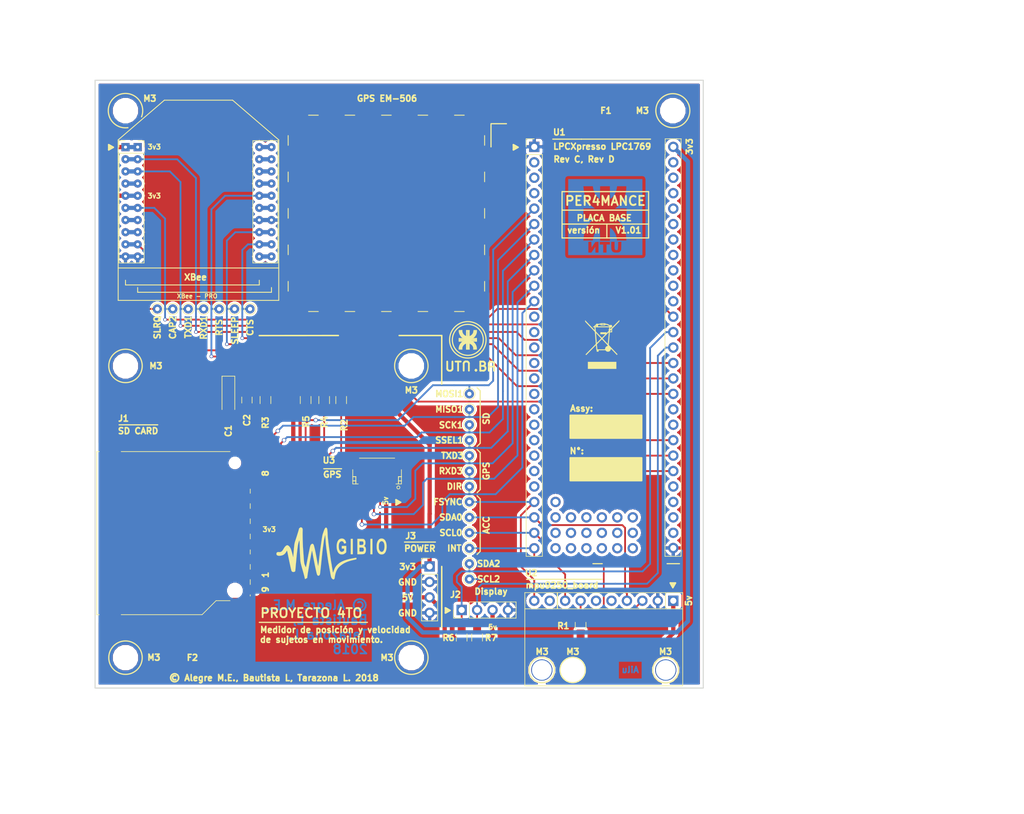
<source format=kicad_pcb>
(kicad_pcb (version 4) (host pcbnew 4.0.7-e2-6376~58~ubuntu16.04.1)
  (layers (0 F.Cu signal) (31 B.Cu signal) (34 B.Paste user) (35 F.Paste user) (36 B.SilkS user) (37 F.SilkS user) (38 B.Mask user) (39 F.Mask user) (44 Edge.Cuts user))
  (net 0 "")
  (net 1 +3V3)
  (net 2 GND)
  (net 3 /TarjetaSD/SSEL1)
  (net 4 /TarjetaSD/MOSI1)
  (net 5 /TarjetaSD/SCK1)
  (net 6 /TarjetaSD/MISO1)
  (net 7 /TarjetaSD/data1)
  (net 8 /TarjetaSD/data2)
  (net 9 /Display/SDA2)
  (net 10 /Display/SCL2)
  (net 11 +5V)
  (net 12 /Zigbee/RXD1)
  (net 13 /Zigbee/TXD1)
  (net 14 "Net-(MOD1-Pad4)")
  (net 15 /lpc1769/CAP2.1)
  (net 16 "Net-(MOD1-Pad7)")
  (net 17 "Net-(MOD1-Pad8)")
  (net 18 /Zigbee/SLRQ)
  (net 19 "Net-(MOD1-Pad18)")
  (net 20 "Net-(MOD1-Pad20)")
  (net 21 "Net-(MOD1-Pad19)")
  (net 22 "Net-(MOD1-Pad17)")
  (net 23 /Zigbee/RTS)
  (net 24 "Net-(MOD1-Pad15)")
  (net 25 /Zigbee/SLEEP)
  (net 26 "Net-(MOD1-Pad11)")
  (net 27 /Zigbee/CTS)
  (net 28 "Net-(R1-Pad2)")
  (net 29 /acc/SDA0)
  (net 30 /acc/SCL0)
  (net 31 /acc/INT)
  (net 32 /acc/FSYNC)
  (net 33 /GPS/TXD3)
  (net 34 /GPS/RXD3)
  (net 35 /GPS/DIR)
  (net 36 "Net-(U2-Pad5)")
  (net 37 "Net-(U2-Pad6)")
  (net 38 "Net-(U2-Pad9)")
  (net 39 "Net-(U1-PadJ-29)")
  (net 40 "Net-(U1-PadJ-30)")
  (net 41 "Net-(U1-PadJ-31)")
  (net 42 "Net-(U1-PadJ-32)")
  (net 43 "Net-(U1-PadJ-33)")
  (net 44 "Net-(U1-PadJ-34)")
  (net 45 "Net-(U1-PadJ-35)")
  (net 46 "Net-(U1-PadJ-36)")
  (net 47 "Net-(U1-PadJ-37)")
  (net 48 "Net-(U1-PadJ-38)")
  (net 49 "Net-(U1-PadJ-45)")
  (net 50 "Net-(U1-PadJ-46)")
  (net 51 "Net-(U1-PadJ-50)")
  (net 52 "Net-(U1-PadJ-51)")
  (net 53 "Net-(U1-PadJ-52)")
  (net 54 "Net-(U1-PadJ-53)")
  (net 55 "Net-(U1-PadJ-22)")
  (net 56 "Net-(U1-PadJ-23)")
  (net 57 "Net-(U1-PadJ-4)")
  (net 58 "Net-(U1-PadJ-3)")
  (net 59 "Net-(U1-PadJ-2)")
  (net 60 "Net-(U1-PadJ-12)")
  (net 61 "Net-(U1-PadJ-13)")
  (net 62 "Net-(U1-PadJ-14)")
  (net 63 "Net-(U1-PadJ-15)")
  (net 64 "Net-(U1-PadJ-16)")
  (net 65 "Net-(U1-PadJ-17)")
  (net 66 "Net-(U1-PadJ-18)")
  (net 67 "Net-(U1-PadJ-19)")
  (net 68 "Net-(U1-PadJ-20)")
  (net 69 "Net-(U1-PadJ-21)")
  (net 70 "Net-(U1-PadPD16)")
  (net 71 "Net-(U1-PadPD19)")
  (net 72 "Net-(U1-PadPD17)")
  (net 73 "Net-(U1-PadPD18)")
  (net 74 "Net-(U1-PadPD14)")
  (net 75 "Net-(U1-PadPD13)")
  (net 76 "Net-(U1-PadPD15)")
  (net 77 "Net-(U1-PadPD10)")
  (net 78 "Net-(U1-PadPD11)")
  (net 79 "Net-(U1-PadPD12)")
  (net 80 "Net-(U1-PadPD7)")
  (net 81 "Net-(U1-PadPD8)")
  (net 82 "Net-(U1-PadPD9)")
  (net 83 "Net-(U1-PadPD5)")
  (net 84 "Net-(U1-PadPD4)")
  (net 85 "Net-(U1-PadPD6)")
  (net 86 "Net-(U1-PadPD2)")
  (net 87 "Net-(U1-PadPD1)")
  (net 88 "Net-(U1-PadPD3)")
  (net 89 "Net-(J1-Pad10)")
  (net 90 "Net-(J1-Pad11)")
  (net 91 "Net-(J1-Pad13)")
  (module footprints:lpc1769_board_revC (layer F.Cu) (at 172.212 60.96)
    (fp_text reference U1 (at 4.1275 -2.413) (layer F.SilkS) (effects (font (thickness 0.25))))
    (fp_text value LPCXpresso_LPC1769_revB)
    (pad J-28 thru_hole circle (at 22.86 0) (size 1.7 1.7) (drill 1) (layers *.Cu *.Mask) (net 1 +3V3))
    (pad J-29 thru_hole oval (at 22.86 2.54) (size 1.7 1.7) (drill 1) (layers *.Cu *.Mask) (net 39 "Net-(U1-PadJ-29)"))
    (pad J-30 thru_hole oval (at 22.86 5.08) (size 1.7 1.7) (drill 1) (layers *.Cu *.Mask) (net 40 "Net-(U1-PadJ-30)"))
    (pad J-31 thru_hole oval (at 22.86 7.62) (size 1.7 1.7) (drill 1) (layers *.Cu *.Mask) (net 41 "Net-(U1-PadJ-31)"))
    (pad J-32 thru_hole oval (at 22.86 10.16) (size 1.7 1.7) (drill 1) (layers *.Cu *.Mask) (net 42 "Net-(U1-PadJ-32)"))
    (pad J-33 thru_hole oval (at 22.86 12.7) (size 1.7 1.7) (drill 1) (layers *.Cu *.Mask) (net 43 "Net-(U1-PadJ-33)"))
    (pad J-34 thru_hole oval (at 22.86 15.24) (size 1.7 1.7) (drill 1) (layers *.Cu *.Mask) (net 44 "Net-(U1-PadJ-34)"))
    (pad J-35 thru_hole oval (at 22.86 17.78) (size 1.7 1.7) (drill 1) (layers *.Cu *.Mask) (net 45 "Net-(U1-PadJ-35)"))
    (pad J-36 thru_hole oval (at 22.86 20.32) (size 1.7 1.7) (drill 1) (layers *.Cu *.Mask) (net 46 "Net-(U1-PadJ-36)"))
    (pad J-37 thru_hole oval (at 22.86 22.86) (size 1.7 1.7) (drill 1) (layers *.Cu *.Mask) (net 47 "Net-(U1-PadJ-37)"))
    (pad J-38 thru_hole oval (at 22.86 25.4) (size 1.7 1.7) (drill 1) (layers *.Cu *.Mask) (net 48 "Net-(U1-PadJ-38)"))
    (pad J-39 thru_hole oval (at 22.86 27.94) (size 1.7 1.7) (drill 1) (layers *.Cu *.Mask) (net 15 /lpc1769/CAP2.1))
    (pad J-40 thru_hole oval (at 22.86 30.48) (size 1.7 1.7) (drill 1) (layers *.Cu *.Mask) (net 9 /Display/SDA2))
    (pad J-41 thru_hole oval (at 22.86 33.02) (size 1.7 1.7) (drill 1) (layers *.Cu *.Mask) (net 10 /Display/SCL2))
    (pad J-42 thru_hole oval (at 22.86 35.56) (size 1.7 1.7) (drill 1) (layers *.Cu *.Mask) (net 13 /Zigbee/TXD1))
    (pad J-43 thru_hole oval (at 22.86 38.1) (size 1.7 1.7) (drill 1) (layers *.Cu *.Mask) (net 12 /Zigbee/RXD1))
    (pad J-44 thru_hole oval (at 22.86 40.64) (size 1.7 1.7) (drill 1) (layers *.Cu *.Mask) (net 27 /Zigbee/CTS))
    (pad J-45 thru_hole oval (at 22.86 43.18) (size 1.7 1.7) (drill 1) (layers *.Cu *.Mask) (net 49 "Net-(U1-PadJ-45)"))
    (pad J-46 thru_hole oval (at 22.86 45.72) (size 1.7 1.7) (drill 1) (layers *.Cu *.Mask) (net 50 "Net-(U1-PadJ-46)"))
    (pad J-47 thru_hole oval (at 22.86 48.26) (size 1.7 1.7) (drill 1) (layers *.Cu *.Mask) (net 25 /Zigbee/SLEEP))
    (pad J-48 thru_hole oval (at 22.86 50.8) (size 1.7 1.7) (drill 1) (layers *.Cu *.Mask) (net 18 /Zigbee/SLRQ))
    (pad J-49 thru_hole oval (at 22.86 53.34) (size 1.7 1.7) (drill 1) (layers *.Cu *.Mask) (net 23 /Zigbee/RTS))
    (pad J-50 thru_hole oval (at 22.86 55.88) (size 1.7 1.7) (drill 1) (layers *.Cu *.Mask) (net 51 "Net-(U1-PadJ-50)"))
    (pad J-51 thru_hole oval (at 22.86 58.42) (size 1.7 1.7) (drill 1) (layers *.Cu *.Mask) (net 52 "Net-(U1-PadJ-51)"))
    (pad J-52 thru_hole oval (at 22.86 60.96) (size 1.7 1.7) (drill 1) (layers *.Cu *.Mask) (net 53 "Net-(U1-PadJ-52)"))
    (pad J-53 thru_hole oval (at 22.86 63.5) (size 1.7 1.7) (drill 1) (layers *.Cu *.Mask) (net 54 "Net-(U1-PadJ-53)"))
    (pad J-54 thru_hole oval (at 22.86 66) (size 1.7 1.7) (drill 1) (layers *.Cu *.Mask) (net 2 GND))
    (pad J-26 thru_hole oval (at 0 63.5) (size 1.7 1.7) (drill 1) (layers *.Cu *.Mask) (net 30 /acc/SCL0))
    (pad J-25 thru_hole oval (at 0 60.96) (size 1.7 1.7) (drill 1) (layers *.Cu *.Mask) (net 29 /acc/SDA0))
    (pad J-22 thru_hole oval (at 0 53.34) (size 1.7 1.7) (drill 1) (layers *.Cu *.Mask) (net 55 "Net-(U1-PadJ-22)"))
    (pad J-23 thru_hole oval (at 0 55.88) (size 1.7 1.7) (drill 1) (layers *.Cu *.Mask) (net 56 "Net-(U1-PadJ-23)"))
    (pad J-24 thru_hole oval (at 0 58.42) (size 1.7 1.7) (drill 1) (layers *.Cu *.Mask) (net 32 /acc/FSYNC))
    (pad J-27 thru_hole oval (at 0 66.04) (size 1.7 1.7) (drill 1) (layers *.Cu *.Mask) (net 31 /acc/INT))
    (pad J-4 thru_hole oval (at 0 7.62) (size 1.7 1.7) (drill 1) (layers *.Cu *.Mask) (net 57 "Net-(U1-PadJ-4)"))
    (pad J-5 thru_hole oval (at 0 10.16) (size 1.7 1.7) (drill 1) (layers *.Cu *.Mask) (net 4 /TarjetaSD/MOSI1))
    (pad J-6 thru_hole oval (at 0 12.7) (size 1.7 1.7) (drill 1) (layers *.Cu *.Mask) (net 6 /TarjetaSD/MISO1))
    (pad J-7 thru_hole oval (at 0 15.24) (size 1.7 1.7) (drill 1) (layers *.Cu *.Mask) (net 5 /TarjetaSD/SCK1))
    (pad J-3 thru_hole oval (at 0 5.08) (size 1.7 1.7) (drill 1) (layers *.Cu *.Mask) (net 58 "Net-(U1-PadJ-3)"))
    (pad J-1 thru_hole rect (at 0 0) (size 1.7 1.7) (drill 1) (layers *.Cu *.Mask) (net 2 GND))
    (pad J-2 thru_hole oval (at 0 2.54) (size 1.7 1.7) (drill 1) (layers *.Cu *.Mask) (net 59 "Net-(U1-PadJ-2)"))
    (pad J-8 thru_hole oval (at 0 17.78) (size 1.7 1.7) (drill 1) (layers *.Cu *.Mask) (net 3 /TarjetaSD/SSEL1))
    (pad J-9 thru_hole oval (at 0 20.32) (size 1.7 1.7) (drill 1) (layers *.Cu *.Mask) (net 33 /GPS/TXD3))
    (pad J-10 thru_hole oval (at 0 22.86) (size 1.7 1.7) (drill 1) (layers *.Cu *.Mask) (net 34 /GPS/RXD3))
    (pad J-11 thru_hole oval (at 0 25.4) (size 1.7 1.7) (drill 1) (layers *.Cu *.Mask) (net 35 /GPS/DIR))
    (pad J-12 thru_hole oval (at 0 27.94) (size 1.7 1.7) (drill 1) (layers *.Cu *.Mask) (net 60 "Net-(U1-PadJ-12)"))
    (pad J-13 thru_hole oval (at 0 30.48) (size 1.7 1.7) (drill 1) (layers *.Cu *.Mask) (net 61 "Net-(U1-PadJ-13)"))
    (pad J-14 thru_hole oval (at 0 33.02) (size 1.7 1.7) (drill 1) (layers *.Cu *.Mask) (net 62 "Net-(U1-PadJ-14)"))
    (pad J-15 thru_hole oval (at 0 35.56) (size 1.7 1.7) (drill 1) (layers *.Cu *.Mask) (net 63 "Net-(U1-PadJ-15)"))
    (pad J-16 thru_hole oval (at 0 38.1) (size 1.7 1.7) (drill 1) (layers *.Cu *.Mask) (net 64 "Net-(U1-PadJ-16)"))
    (pad J-17 thru_hole oval (at 0 40.64) (size 1.7 1.7) (drill 1) (layers *.Cu *.Mask) (net 65 "Net-(U1-PadJ-17)"))
    (pad J-18 thru_hole oval (at 0 43.18) (size 1.7 1.7) (drill 1) (layers *.Cu *.Mask) (net 66 "Net-(U1-PadJ-18)"))
    (pad J-19 thru_hole oval (at 0 45.72) (size 1.7 1.7) (drill 1) (layers *.Cu *.Mask) (net 67 "Net-(U1-PadJ-19)"))
    (pad J-20 thru_hole oval (at 0 48.26) (size 1.7 1.7) (drill 1) (layers *.Cu *.Mask) (net 68 "Net-(U1-PadJ-20)"))
    (pad J-21 thru_hole oval (at 0 50.8) (size 1.7 1.7) (drill 1) (layers *.Cu *.Mask) (net 69 "Net-(U1-PadJ-21)"))
    (pad PD16 thru_hole oval (at 3.5 66.04) (size 1.7 1.7) (drill 1) (layers *.Cu *.Mask) (net 70 "Net-(U1-PadPD16)"))
    (pad PD19 thru_hole oval (at 3.5 58.42) (size 1.7 1.7) (drill 1) (layers *.Cu *.Mask) (net 71 "Net-(U1-PadPD19)"))
    (pad PD17 thru_hole oval (at 3.5 63.5) (size 1.7 1.7) (drill 1) (layers *.Cu *.Mask) (net 72 "Net-(U1-PadPD17)"))
    (pad PD18 thru_hole oval (at 3.5 60.96) (size 1.7 1.7) (drill 1) (layers *.Cu *.Mask) (net 73 "Net-(U1-PadPD18)"))
    (pad PD14 thru_hole oval (at 6.04 63.5) (size 1.7 1.7) (drill 1) (layers *.Cu *.Mask) (net 74 "Net-(U1-PadPD14)"))
    (pad PD13 thru_hole oval (at 6.04 66.04) (size 1.7 1.7) (drill 1) (layers *.Cu *.Mask) (net 75 "Net-(U1-PadPD13)"))
    (pad PD15 thru_hole oval (at 6.04 60.96) (size 1.7 1.7) (drill 1) (layers *.Cu *.Mask) (net 76 "Net-(U1-PadPD15)"))
    (pad PD10 thru_hole oval (at 8.58 66.04) (size 1.7 1.7) (drill 1) (layers *.Cu *.Mask) (net 77 "Net-(U1-PadPD10)"))
    (pad PD11 thru_hole oval (at 8.58 63.5) (size 1.7 1.7) (drill 1) (layers *.Cu *.Mask) (net 78 "Net-(U1-PadPD11)"))
    (pad PD12 thru_hole oval (at 8.58 60.96) (size 1.7 1.7) (drill 1) (layers *.Cu *.Mask) (net 79 "Net-(U1-PadPD12)"))
    (pad PD7 thru_hole oval (at 11.12 66.04) (size 1.7 1.7) (drill 1) (layers *.Cu *.Mask) (net 80 "Net-(U1-PadPD7)"))
    (pad PD8 thru_hole oval (at 11.12 63.5) (size 1.7 1.7) (drill 1) (layers *.Cu *.Mask) (net 81 "Net-(U1-PadPD8)"))
    (pad PD9 thru_hole oval (at 11.12 60.96) (size 1.7 1.7) (drill 1) (layers *.Cu *.Mask) (net 82 "Net-(U1-PadPD9)"))
    (pad PD5 thru_hole oval (at 13.66 63.5) (size 1.7 1.7) (drill 1) (layers *.Cu *.Mask) (net 83 "Net-(U1-PadPD5)"))
    (pad PD4 thru_hole oval (at 13.66 66.04) (size 1.7 1.7) (drill 1) (layers *.Cu *.Mask) (net 84 "Net-(U1-PadPD4)"))
    (pad PD6 thru_hole oval (at 13.66 60.96) (size 1.7 1.7) (drill 1) (layers *.Cu *.Mask) (net 85 "Net-(U1-PadPD6)"))
    (pad PD2 thru_hole oval (at 16.2 63.5) (size 1.7 1.7) (drill 1) (layers *.Cu *.Mask) (net 86 "Net-(U1-PadPD2)"))
    (pad PD1 thru_hole oval (at 16.2 66.04) (size 1.7 1.7) (drill 1) (layers *.Cu *.Mask) (net 87 "Net-(U1-PadPD1)"))
    (pad PD3 thru_hole oval (at 16.2 60.96) (size 1.7 1.7) (drill 1) (layers *.Cu *.Mask) (net 88 "Net-(U1-PadPD3)"))
  )
  (module Fiducials:Fiducial_1mm_Dia_2.54mm_Outer_CopperTop (layer F.Cu) (at 113 145)
    (fp_text reference F2 (at 3 0) (layer F.SilkS) (effects (font (thickness 0.25))))
    (fp_text value Fiducial_1mm_Dia_2.54mm_Outer_CopperTop)
    (pad ~ smd circle (at 0 0) (size 1 1) (layers F.Cu F.Mask) (clearance 0.77))
  )
  (module Fiducials:Fiducial_1mm_Dia_2.54mm_Outer_CopperTop (layer F.Cu) (at 187 55)
    (fp_text reference F1 (at -3 0) (layer F.SilkS) (effects (font (thickness 0.25))))
    (fp_text value Fiducial_1mm_Dia_2.54mm_Outer_CopperTop)
    (pad ~ smd circle (at 0 0) (size 1 1) (layers F.Cu F.Mask) (clearance 0.77))
  )
  (module Capacitors_Tantalum_SMD:CP_Tantalum_Case-A_EIA-3216-18_Hand (layer F.Cu) (at 121.92 102.584 270)
    (fp_text reference C1 (at 5.112 0 270) (layer F.SilkS) (effects (font (thickness 0.25))))
    (fp_text value "1uF x 16V")
    (pad 1 smd rect (at -2 0 270) (size 3.2 1.5) (layers F.Cu F.Paste F.Mask) (net 1 +3V3))
    (pad 2 smd rect (at 2 0 270) (size 3.2 1.5) (layers F.Cu F.Paste F.Mask) (net 2 GND))
  )
  (module Capacitors_SMD:C_0805_HandSoldering (layer F.Cu) (at 124.968 102.616 270)
    (fp_text reference C2 (at 3.322 0 270) (layer F.SilkS) (effects (font (thickness 0.25))))
    (fp_text value 100n)
    (pad 1 smd rect (at -1.25 0 270) (size 1.5 1.25) (layers F.Cu F.Paste F.Mask) (net 1 +3V3))
    (pad 2 smd rect (at 1.25 0 270) (size 1.5 1.25) (layers F.Cu F.Paste F.Mask) (net 2 GND))
  )
  (module Socket_Strips:Socket_Strip_Straight_1x04_Pitch2.54mm (layer F.Cu) (at 160.274 137.16 90)
    (fp_text reference J2 (at 2.54 -1.016 180) (layer F.SilkS) (effects (font (thickness 0.25))))
    (fp_text value Conn_01x04)
    (pad 1 thru_hole rect (at 0 0 90) (size 1.7 1.7) (drill 1) (layers *.Cu *.Mask) (net 9 /Display/SDA2))
    (pad 2 thru_hole oval (at 0 2.54 90) (size 1.7 1.7) (drill 1) (layers *.Cu *.Mask) (net 10 /Display/SCL2))
    (pad 3 thru_hole oval (at 0 5.08 90) (size 1.7 1.7) (drill 1) (layers *.Cu *.Mask) (net 11 +5V))
    (pad 4 thru_hole oval (at 0 7.62 90) (size 1.7 1.7) (drill 1) (layers *.Cu *.Mask) (net 2 GND))
  )
  (module Socket_Strips:Socket_Strip_Straight_1x04_Pitch2.54mm (layer F.Cu) (at 155 130)
    (fp_text reference J3 (at -3.108 -5.032) (layer F.SilkS) (effects (font (thickness 0.25))))
    (fp_text value Conn_01x04)
    (pad 1 thru_hole rect (at 0 0) (size 1.7 1.7) (drill 1) (layers *.Cu *.Mask) (net 1 +3V3))
    (pad 2 thru_hole oval (at 0 2.54) (size 1.7 1.7) (drill 1) (layers *.Cu *.Mask) (net 2 GND))
    (pad 3 thru_hole oval (at 0 5.08) (size 1.7 1.7) (drill 1) (layers *.Cu *.Mask) (net 11 +5V))
    (pad 4 thru_hole oval (at 0 7.62) (size 1.7 1.7) (drill 1) (layers *.Cu *.Mask) (net 2 GND))
  )
  (module footprints:xbee_xb24cz7pit_004 (layer F.Cu) (at 107 61)
    (fp_text reference MOD1 hide)
    (fp_text value XB24CZ7PIT-004)
    (fp_text user XBee (at 9.5098 21.4103) (layer F.SilkS) (effects (font (thickness 0.25))))
    (fp_text user "XBee - PRO" (at 9.7892 24.5218) (layer F.SilkS) (effects (font (size 0.7 0.7))))
    (pad 1 thru_hole rect (at 0 0) (size 1.35 1.35) (drill 0.5) (layers *.Cu *.Mask) (net 1 +3V3))
    (pad 1 thru_hole rect (at -2 0) (size 1.35 1.35) (drill 0.5) (layers *.Cu *.Mask) (net 1 +3V3))
    (pad 2 thru_hole oval (at 0 2) (size 1.35 1.35) (drill 0.5) (layers *.Cu *.Mask) (net 12 /Zigbee/RXD1))
    (pad 2 thru_hole oval (at -2 2) (size 1.35 1.35) (drill 0.5) (layers *.Cu *.Mask) (net 12 /Zigbee/RXD1))
    (pad 3 thru_hole oval (at 0 4) (size 1.35 1.35) (drill 0.5) (layers *.Cu *.Mask) (net 13 /Zigbee/TXD1))
    (pad 3 thru_hole oval (at -2 4) (size 1.35 1.35) (drill 0.5) (layers *.Cu *.Mask) (net 13 /Zigbee/TXD1))
    (pad 4 thru_hole oval (at 0 6) (size 1.35 1.35) (drill 0.5) (layers *.Cu *.Mask) (net 14 "Net-(MOD1-Pad4)"))
    (pad 4 thru_hole oval (at -2 6) (size 1.35 1.35) (drill 0.5) (layers *.Cu *.Mask) (net 14 "Net-(MOD1-Pad4)"))
    (pad 5 thru_hole oval (at 0 8) (size 1.35 1.35) (drill 0.5) (layers *.Cu *.Mask) (net 1 +3V3))
    (pad 5 thru_hole oval (at -2 8) (size 1.35 1.35) (drill 0.5) (layers *.Cu *.Mask) (net 1 +3V3))
    (pad 6 thru_hole oval (at 0 10) (size 1.35 1.35) (drill 0.5) (layers *.Cu *.Mask) (net 15 /lpc1769/CAP2.1))
    (pad 6 thru_hole oval (at -2 10) (size 1.35 1.35) (drill 0.5) (layers *.Cu *.Mask) (net 15 /lpc1769/CAP2.1))
    (pad 7 thru_hole oval (at 0 12) (size 1.35 1.35) (drill 0.5) (layers *.Cu *.Mask) (net 16 "Net-(MOD1-Pad7)"))
    (pad 7 thru_hole oval (at -2 12) (size 1.35 1.35) (drill 0.5) (layers *.Cu *.Mask) (net 16 "Net-(MOD1-Pad7)"))
    (pad 8 thru_hole oval (at 0 14) (size 1.35 1.35) (drill 0.5) (layers *.Cu *.Mask) (net 17 "Net-(MOD1-Pad8)"))
    (pad 8 thru_hole oval (at -2 14) (size 1.35 1.35) (drill 0.5) (layers *.Cu *.Mask) (net 17 "Net-(MOD1-Pad8)"))
    (pad 9 thru_hole oval (at 0 16) (size 1.35 1.35) (drill 0.5) (layers *.Cu *.Mask) (net 18 /Zigbee/SLRQ))
    (pad 9 thru_hole oval (at -2 16) (size 1.35 1.35) (drill 0.5) (layers *.Cu *.Mask) (net 18 /Zigbee/SLRQ))
    (pad 10 thru_hole oval (at 0 18) (size 1.35 1.35) (drill 0.5) (layers *.Cu *.Mask) (net 2 GND))
    (pad 10 thru_hole oval (at -2 18) (size 1.35 1.35) (drill 0.5) (layers *.Cu *.Mask) (net 2 GND))
    (pad 18 thru_hole oval (at 22 4) (size 1.35 1.35) (drill 0.5) (layers *.Cu *.Mask) (net 19 "Net-(MOD1-Pad18)"))
    (pad 20 thru_hole circle (at 22 0) (size 1.35 1.35) (drill 0.5) (layers *.Cu *.Mask) (net 20 "Net-(MOD1-Pad20)"))
    (pad 20 thru_hole oval (at 20 0) (size 1.35 1.35) (drill 0.5) (layers *.Cu *.Mask) (net 20 "Net-(MOD1-Pad20)"))
    (pad 19 thru_hole oval (at 22 2) (size 1.35 1.35) (drill 0.5) (layers *.Cu *.Mask) (net 21 "Net-(MOD1-Pad19)"))
    (pad 19 thru_hole oval (at 20 2) (size 1.35 1.35) (drill 0.5) (layers *.Cu *.Mask) (net 21 "Net-(MOD1-Pad19)"))
    (pad 18 thru_hole oval (at 20 4) (size 1.35 1.35) (drill 0.5) (layers *.Cu *.Mask) (net 19 "Net-(MOD1-Pad18)"))
    (pad 17 thru_hole oval (at 22 6) (size 1.35 1.35) (drill 0.5) (layers *.Cu *.Mask) (net 22 "Net-(MOD1-Pad17)"))
    (pad 17 thru_hole oval (at 20 6) (size 1.35 1.35) (drill 0.5) (layers *.Cu *.Mask) (net 22 "Net-(MOD1-Pad17)"))
    (pad 16 thru_hole oval (at 20 8) (size 1.35 1.35) (drill 0.5) (layers *.Cu *.Mask) (net 23 /Zigbee/RTS))
    (pad 15 thru_hole oval (at 22 10) (size 1.35 1.35) (drill 0.5) (layers *.Cu *.Mask) (net 24 "Net-(MOD1-Pad15)"))
    (pad 15 thru_hole oval (at 20 10) (size 1.35 1.35) (drill 0.5) (layers *.Cu *.Mask) (net 24 "Net-(MOD1-Pad15)"))
    (pad 14 thru_hole oval (at 22 12) (size 1.35 1.35) (drill 0.5) (layers *.Cu *.Mask) (net 2 GND))
    (pad 16 thru_hole oval (at 22 8) (size 1.35 1.35) (drill 0.5) (layers *.Cu *.Mask) (net 23 /Zigbee/RTS))
    (pad 13 thru_hole oval (at 22 14) (size 1.35 1.35) (drill 0.5) (layers *.Cu *.Mask) (net 25 /Zigbee/SLEEP))
    (pad 14 thru_hole oval (at 20 12) (size 1.35 1.35) (drill 0.5) (layers *.Cu *.Mask) (net 2 GND))
    (pad 13 thru_hole oval (at 20 14) (size 1.35 1.35) (drill 0.5) (layers *.Cu *.Mask) (net 25 /Zigbee/SLEEP))
    (pad 11 thru_hole oval (at 22 18) (size 1.35 1.35) (drill 0.5) (layers *.Cu *.Mask) (net 26 "Net-(MOD1-Pad11)"))
    (pad 12 thru_hole oval (at 20 16) (size 1.35 1.35) (drill 0.5) (layers *.Cu *.Mask) (net 27 /Zigbee/CTS))
    (pad 12 thru_hole oval (at 22 16) (size 1.35 1.35) (drill 0.5) (layers *.Cu *.Mask) (net 27 /Zigbee/CTS))
    (pad 11 thru_hole oval (at 20 18) (size 1.35 1.35) (drill 0.5) (layers *.Cu *.Mask) (net 26 "Net-(MOD1-Pad11)"))
  )
  (module Resistors_SMD:R_0805_HandSoldering (layer F.Cu) (at 179.832 139.78 90)
    (fp_text reference R1 (at 0.0038 -2.832 180) (layer F.SilkS) (effects (font (thickness 0.25))))
    (fp_text value 0R)
    (pad 1 smd rect (at -1.35 0 90) (size 1.5 1.3) (layers F.Cu F.Paste F.Mask) (net 11 +5V))
    (pad 2 smd rect (at 1.35 0 90) (size 1.5 1.3) (layers F.Cu F.Paste F.Mask) (net 28 "Net-(R1-Pad2)"))
  )
  (module Resistors_SMD:R_0805_HandSoldering (layer F.Cu) (at 140.462 102.616 270)
    (fp_text reference R2 (at 4.133888 -0.509106 270) (layer F.SilkS) (effects (font (thickness 0.25))))
    (fp_text value 10K)
    (pad 1 smd rect (at -1.35 0 270) (size 1.5 1.3) (layers F.Cu F.Paste F.Mask) (net 1 +3V3))
    (pad 2 smd rect (at 1.35 0 270) (size 1.5 1.3) (layers F.Cu F.Paste F.Mask) (net 8 /TarjetaSD/data2))
  )
  (module Resistors_SMD:R_0805_HandSoldering (layer F.Cu) (at 128.016 102.616 270)
    (fp_text reference R3 (at 3.73 0 270) (layer F.SilkS) (effects (font (thickness 0.25))))
    (fp_text value 10K)
    (pad 1 smd rect (at -1.35 0 270) (size 1.5 1.3) (layers F.Cu F.Paste F.Mask) (net 1 +3V3))
    (pad 2 smd rect (at 1.35 0 270) (size 1.5 1.3) (layers F.Cu F.Paste F.Mask) (net 7 /TarjetaSD/data1))
  )
  (module Resistors_SMD:R_0805_HandSoldering (layer F.Cu) (at 137.668 102.616 270)
    (fp_text reference R4 (at 3.610648 -0.031586 270) (layer F.SilkS) (effects (font (thickness 0.25))))
    (fp_text value 33K)
    (pad 1 smd rect (at -1.35 0 270) (size 1.5 1.3) (layers F.Cu F.Paste F.Mask) (net 1 +3V3))
    (pad 2 smd rect (at 1.35 0 270) (size 1.5 1.3) (layers F.Cu F.Paste F.Mask) (net 3 /TarjetaSD/SSEL1))
  )
  (module Resistors_SMD:R_0805_HandSoldering (layer F.Cu) (at 134.62 102.616 270)
    (fp_text reference R5 (at 3.549688 -0.077306 270) (layer F.SilkS) (effects (font (thickness 0.25))))
    (fp_text value 33K)
    (pad 1 smd rect (at -1.35 0 270) (size 1.5 1.3) (layers F.Cu F.Paste F.Mask) (net 1 +3V3))
    (pad 2 smd rect (at 1.35 0 270) (size 1.5 1.3) (layers F.Cu F.Paste F.Mask) (net 4 /TarjetaSD/MOSI1))
  )
  (module Resistors_SMD:R_0805_HandSoldering (layer F.Cu) (at 160.274 141.685 90)
    (fp_text reference R6 (at -0.047 -2.159 180) (layer F.SilkS) (effects (font (thickness 0.25))))
    (fp_text value RD1)
    (pad 1 smd rect (at -1.35 0 90) (size 1.5 1.3) (layers F.Cu F.Paste F.Mask) (net 11 +5V))
    (pad 2 smd rect (at 1.35 0 90) (size 1.5 1.3) (layers F.Cu F.Paste F.Mask) (net 9 /Display/SDA2))
  )
  (module Resistors_SMD:R_0805_HandSoldering (layer F.Cu) (at 162.814 141.685 90)
    (fp_text reference R7 (at -0.047 2.286 180) (layer F.SilkS) (effects (font (thickness 0.25))))
    (fp_text value RD2)
    (pad 1 smd rect (at -1.35 0 90) (size 1.5 1.3) (layers F.Cu F.Paste F.Mask) (net 11 +5V))
    (pad 2 smd rect (at 1.35 0 90) (size 1.5 1.3) (layers F.Cu F.Paste F.Mask) (net 10 /Display/SCL2))
  )
  (module footprints:TestPoint_THTPad_D1.5mm_Drill0.7mm (layer F.Cu) (at 161.544 121.92 180)
    (fp_text reference SDA0 (at 3.048 0 180) (layer F.SilkS) (effects (font (thickness 0.25))))
    (fp_text value SDA0)
    (pad 1 thru_hole circle (at 0 0 180) (size 1.5 1.5) (drill 0.7) (layers *.Cu *.Mask) (net 29 /acc/SDA0))
  )
  (module footprints:TestPoint_THTPad_D1.5mm_Drill0.7mm (layer F.Cu) (at 161.544 124.46 90)
    (fp_text reference SCL0 (at 0 -3.048 180) (layer F.SilkS) (effects (font (thickness 0.25))))
    (fp_text value SCL0)
    (pad 1 thru_hole circle (at 0 0 90) (size 1.5 1.5) (drill 0.7) (layers *.Cu *.Mask) (net 30 /acc/SCL0))
  )
  (module footprints:TestPoint_THTPad_D1.5mm_Drill0.7mm (layer F.Cu) (at 161.544 127 90)
    (fp_text reference INT (at -0.0102 -2.4765 180) (layer F.SilkS) (effects (font (thickness 0.25))))
    (fp_text value INT)
    (pad 1 thru_hole circle (at 0 0 90) (size 1.5 1.5) (drill 0.7) (layers *.Cu *.Mask) (net 31 /acc/INT))
  )
  (module footprints:TestPoint_THTPad_D1.5mm_Drill0.7mm (layer F.Cu) (at 161.544 119.38 90)
    (fp_text reference FSYNC (at 0 -3.556 180) (layer F.SilkS) (effects (font (thickness 0.25))))
    (fp_text value FSYNC)
    (pad 1 thru_hole circle (at 0 0 90) (size 1.5 1.5) (drill 0.7) (layers *.Cu *.Mask) (net 32 /acc/FSYNC))
  )
  (module footprints:TestPoint_THTPad_D1.5mm_Drill0.7mm (layer F.Cu) (at 161.544 111.76 90)
    (fp_text reference TXD3 (at 0 -2.794 180) (layer F.SilkS) (effects (font (thickness 0.25))))
    (fp_text value TXD3)
    (pad 1 thru_hole circle (at 0 0 90) (size 1.5 1.5) (drill 0.7) (layers *.Cu *.Mask) (net 33 /GPS/TXD3))
  )
  (module footprints:TestPoint_THTPad_D1.5mm_Drill0.7mm (layer F.Cu) (at 161.544 114.3 90)
    (fp_text reference RXD3 (at 0 -3.048 180) (layer F.SilkS) (effects (font (thickness 0.25))))
    (fp_text value RXD3)
    (pad 1 thru_hole circle (at 0 0 90) (size 1.5 1.5) (drill 0.7) (layers *.Cu *.Mask) (net 34 /GPS/RXD3))
  )
  (module footprints:TestPoint_THTPad_D1.5mm_Drill0.7mm (layer F.Cu) (at 161.544 116.84 90)
    (fp_text reference DIR (at 0 -2.46634 180) (layer F.SilkS) (effects (font (thickness 0.25))))
    (fp_text value DIR)
    (pad 1 thru_hole circle (at 0 0 90) (size 1.5 1.5) (drill 0.7) (layers *.Cu *.Mask) (net 35 /GPS/DIR))
  )
  (module footprints:TestPoint_THTPad_D1.5mm_Drill0.7mm (layer F.Cu) (at 161.544 129.54)
    (fp_text reference SDA2 (at 3.175 0 180) (layer F.SilkS) (effects (font (thickness 0.25))))
    (fp_text value SDA2)
    (pad 1 thru_hole circle (at 0 0) (size 1.5 1.5) (drill 0.7) (layers *.Cu *.Mask) (net 9 /Display/SDA2))
  )
  (module footprints:TestPoint_THTPad_D1.5mm_Drill0.7mm (layer F.Cu) (at 161.544 132.08)
    (fp_text reference SCL2 (at 3.175 0 180) (layer F.SilkS) (effects (font (thickness 0.25))))
    (fp_text value SCL2)
    (pad 1 thru_hole circle (at 0 0) (size 1.5 1.5) (drill 0.7) (layers *.Cu *.Mask) (net 10 /Display/SCL2))
  )
  (module footprints:TestPoint_THTPad_D1.5mm_Drill0.7mm (layer F.Cu) (at 117.856 87.63)
    (fp_text reference RXD1 (at 0 3.0734 90) (layer F.SilkS) (effects (font (thickness 0.25))))
    (fp_text value RXD1)
    (pad 1 thru_hole circle (at 0 0) (size 1.5 1.5) (drill 0.7) (layers *.Cu *.Mask) (net 12 /Zigbee/RXD1))
  )
  (module footprints:TestPoint_THTPad_D1.5mm_Drill0.7mm (layer F.Cu) (at 115.316 87.63)
    (fp_text reference TXD1 (at 0 2.9718 90) (layer F.SilkS) (effects (font (thickness 0.25))))
    (fp_text value TXD1)
    (pad 1 thru_hole circle (at 0 0) (size 1.5 1.5) (drill 0.7) (layers *.Cu *.Mask) (net 13 /Zigbee/TXD1))
  )
  (module footprints:TestPoint_THTPad_D1.5mm_Drill0.7mm (layer F.Cu) (at 125.476 87.63)
    (fp_text reference CTS (at 0.0127 3.048 90) (layer F.SilkS) (effects (font (thickness 0.25))))
    (fp_text value CTS1)
    (pad 1 thru_hole circle (at 0 0) (size 1.5 1.5) (drill 0.7) (layers *.Cu *.Mask) (net 27 /Zigbee/CTS))
  )
  (module footprints:TestPoint_THTPad_D1.5mm_Drill0.7mm (layer F.Cu) (at 120.396 87.63)
    (fp_text reference RTS (at 0 3.048 90) (layer F.SilkS) (effects (font (thickness 0.25))))
    (fp_text value RTS1)
    (pad 1 thru_hole circle (at 0 0) (size 1.5 1.5) (drill 0.7) (layers *.Cu *.Mask) (net 23 /Zigbee/RTS))
  )
  (module footprints:TestPoint_THTPad_D1.5mm_Drill0.7mm (layer F.Cu) (at 122.936 87.63)
    (fp_text reference SLEEP (at 0.064 3.556 90) (layer F.SilkS) (effects (font (thickness 0.25))))
    (fp_text value SLEEP)
    (pad 1 thru_hole circle (at 0 0) (size 1.5 1.5) (drill 0.7) (layers *.Cu *.Mask) (net 25 /Zigbee/SLEEP))
  )
  (module footprints:TestPoint_THTPad_D1.5mm_Drill0.7mm (layer F.Cu) (at 110.236 87.63)
    (fp_text reference SLRQ (at 0 3.048 90) (layer F.SilkS) (effects (font (thickness 0.25))))
    (fp_text value SRQ)
    (pad 1 thru_hole circle (at 0 0) (size 1.5 1.5) (drill 0.7) (layers *.Cu *.Mask) (net 18 /Zigbee/SLRQ))
  )
  (module footprints:TestPoint_THTPad_D1.5mm_Drill0.7mm (layer F.Cu) (at 112.776 87.63)
    (fp_text reference CAP2 (at 0 3.048 90) (layer F.SilkS) (effects (font (thickness 0.25))))
    (fp_text value CAP2)
    (pad 1 thru_hole circle (at 0 0) (size 1.5 1.5) (drill 0.7) (layers *.Cu *.Mask) (net 15 /lpc1769/CAP2.1))
  )
  (module footprints:TestPoint_THTPad_D1.5mm_Drill0.7mm (layer F.Cu) (at 161.544 101.6)
    (fp_text reference MOSI1 (at -3.302 0) (layer F.SilkS) (effects (font (thickness 0.25))))
    (fp_text value MOSI1)
    (pad 1 thru_hole circle (at 0 0) (size 1.5 1.5) (drill 0.7) (layers *.Cu *.Mask) (net 4 /TarjetaSD/MOSI1))
  )
  (module footprints:TestPoint_THTPad_D1.5mm_Drill0.7mm (layer F.Cu) (at 161.544 104.14)
    (fp_text reference MISO1 (at -3.302 0) (layer F.SilkS) (effects (font (thickness 0.25))))
    (fp_text value MISO1)
    (pad 1 thru_hole circle (at 0 0) (size 1.5 1.5) (drill 0.7) (layers *.Cu *.Mask) (net 6 /TarjetaSD/MISO1))
  )
  (module footprints:TestPoint_THTPad_D1.5mm_Drill0.7mm (layer F.Cu) (at 161.544 106.68)
    (fp_text reference SCK1 (at -3.02514 0.061) (layer F.SilkS) (effects (font (thickness 0.25))))
    (fp_text value SCK1)
    (pad 1 thru_hole circle (at 0 0) (size 1.5 1.5) (drill 0.7) (layers *.Cu *.Mask) (net 5 /TarjetaSD/SCK1))
  )
  (module footprints:TestPoint_THTPad_D1.5mm_Drill0.7mm (layer F.Cu) (at 161.544 109.22)
    (fp_text reference SSEL1 (at -3.302 0) (layer F.SilkS) (effects (font (thickness 0.25))))
    (fp_text value SSEL1)
    (pad 1 thru_hole circle (at 0 0) (size 1.5 1.5) (drill 0.7) (layers *.Cu *.Mask) (net 3 /TarjetaSD/SSEL1))
  )
  (module Connectors_JST:JST_SH_SM06B-SRSS-TB_06x1.00mm_Angled (layer F.Cu) (at 146.3675 114.808 180)
    (fp_text reference U3 (at 7.914 2.2789 180) (layer F.SilkS) (effects (font (thickness 0.25))))
    (fp_text value GPS_EM506)
    (pad 1 smd rect (at -2.5 -1.9375 180) (size 0.6 1.55) (layers F.Cu F.Paste F.Mask) (net 2 GND))
    (pad 2 smd rect (at -1.5 -1.9375 180) (size 0.6 1.55) (layers F.Cu F.Paste F.Mask) (net 11 +5V))
    (pad 3 smd rect (at -0.5 -1.9375 180) (size 0.6 1.55) (layers F.Cu F.Paste F.Mask) (net 33 /GPS/TXD3))
    (pad 4 smd rect (at 0.5 -1.9375 180) (size 0.6 1.55) (layers F.Cu F.Paste F.Mask) (net 34 /GPS/RXD3))
    (pad 5 smd rect (at 1.5 -1.9375 180) (size 0.6 1.55) (layers F.Cu F.Paste F.Mask) (net 2 GND))
    (pad 6 smd rect (at 2.5 -1.9375 180) (size 0.6 1.55) (layers F.Cu F.Paste F.Mask) (net 35 /GPS/DIR))
    (pad "" smd rect (at -3.8 1.9375 180) (size 1.2 1.8) (layers F.Cu F.Paste F.Mask))
    (pad "" smd rect (at 3.8 1.9375 180) (size 1.2 1.8) (layers F.Cu F.Paste F.Mask))
  )
  (module Shielding_Cabinets:Laird_Technologies_BMI-S-204-F_32.00x32.00mm (layer F.Cu) (at 147.9 71.9)
    (fp_text reference "GPS EM-506" (at 0.1 -18.9) (layer F.SilkS) (effects (font (thickness 0.25))))
    (fp_text value Laird_Technologies_BMI-S-204-F_32.00x32.00mm)
    (pad 1 smd rect (at -15.9 -15.9) (size 1 1) (layers F.Cu F.Mask))
    (pad 1 smd rect (at 15.9 -15.9) (size 1 1) (layers F.Cu F.Mask))
    (pad 1 smd rect (at 15.9 15.9) (size 1 1) (layers F.Cu F.Mask))
    (pad 1 smd rect (at -15.9 15.9) (size 1 1) (layers F.Cu F.Mask))
    (pad 1 smd rect (at -14.25 -15.9) (size 2.3 1) (layers F.Cu F.Mask))
    (pad 1 smd rect (at -14.25 15.9) (size 2.3 1) (layers F.Cu F.Mask))
    (pad 1 smd rect (at -9 -15.9) (size 3.8 1) (layers F.Cu F.Mask))
    (pad 1 smd rect (at -9 15.9) (size 3.8 1) (layers F.Cu F.Mask))
    (pad 1 smd rect (at -3 -15.9) (size 3.8 1) (layers F.Cu F.Mask))
    (pad 1 smd rect (at -3 15.9) (size 3.8 1) (layers F.Cu F.Mask))
    (pad 1 smd rect (at 3 -15.9) (size 3.8 1) (layers F.Cu F.Mask))
    (pad 1 smd rect (at 3 15.9) (size 3.8 1) (layers F.Cu F.Mask))
    (pad 1 smd rect (at 9 -15.9) (size 3.8 1) (layers F.Cu F.Mask))
    (pad 1 smd rect (at 9 15.9) (size 3.8 1) (layers F.Cu F.Mask))
    (pad 1 smd rect (at 14.25 -15.9) (size 2.3 1) (layers F.Cu F.Mask))
    (pad 1 smd rect (at 14.25 15.9) (size 2.3 1) (layers F.Cu F.Mask))
    (pad 1 smd rect (at -15.9 -14.25) (size 1 2.3) (layers F.Cu F.Mask))
    (pad 1 smd rect (at 15.9 -14.25) (size 1 2.3) (layers F.Cu F.Mask))
    (pad 1 smd rect (at -15.9 -9) (size 1 3.8) (layers F.Cu F.Mask))
    (pad 1 smd rect (at 15.9 -9) (size 1 3.8) (layers F.Cu F.Mask))
    (pad 1 smd rect (at -15.9 -3) (size 1 3.8) (layers F.Cu F.Mask))
    (pad 1 smd rect (at 15.9 -3) (size 1 3.8) (layers F.Cu F.Mask))
    (pad 1 smd rect (at -15.9 3) (size 1 3.8) (layers F.Cu F.Mask))
    (pad 1 smd rect (at 15.9 3) (size 1 3.8) (layers F.Cu F.Mask))
    (pad 1 smd rect (at -15.9 9) (size 1 3.8) (layers F.Cu F.Mask))
    (pad 1 smd rect (at 15.9 9) (size 1 3.8) (layers F.Cu F.Mask))
    (pad 1 smd rect (at -15.9 14.25) (size 1 2.3) (layers F.Cu F.Mask))
    (pad 1 smd rect (at 15.9 14.25) (size 1 2.3) (layers F.Cu F.Mask))
  )
  (module Mounting_Holes:MountingHole_3.2mm_M3_DIN965 (layer F.Cu) (at 152 145)
    (fp_text reference M3 (at -4 0) (layer F.SilkS) (effects (font (thickness 0.25))))
    (fp_text value MountingHole_3.2mm_M3_DIN965)
    (pad 1 np_thru_hole circle (at 0 0) (size 3.2 3.2) (drill 3.2) (layers *.Cu *.Mask))
  )
  (module Mounting_Holes:MountingHole_3.2mm_M3_DIN965 (layer F.Cu) (at 105 145)
    (fp_text reference M3 (at 4.6645 -0.0295) (layer F.SilkS) (effects (font (thickness 0.25))))
    (fp_text value MountingHole_3.2mm_M3_DIN965)
    (pad 1 np_thru_hole circle (at 0 0) (size 3.2 3.2) (drill 3.2) (layers *.Cu *.Mask))
  )
  (module Mounting_Holes:MountingHole_3.2mm_M3_DIN965 (layer F.Cu) (at 105 97)
    (fp_text reference M3 (at 5 0) (layer F.SilkS) (effects (font (thickness 0.25))))
    (fp_text value MountingHole_3.2mm_M3_DIN965)
    (pad 1 np_thru_hole circle (at 0 0) (size 3.2 3.2) (drill 3.2) (layers *.Cu *.Mask))
  )
  (module Mounting_Holes:MountingHole_3.2mm_M3_DIN965 (layer F.Cu) (at 152 97)
    (fp_text reference M3 (at 0 4) (layer F.SilkS) (effects (font (thickness 0.25))))
    (fp_text value MountingHole_3.2mm_M3_DIN965)
    (pad 1 np_thru_hole circle (at 0 0) (size 3.2 3.2) (drill 3.2) (layers *.Cu *.Mask))
  )
  (module Mounting_Holes:MountingHole_3.2mm_M3_DIN965 (layer F.Cu) (at 105 55)
    (fp_text reference M3 (at 4 -2) (layer F.SilkS) (effects (font (thickness 0.25))))
    (fp_text value MountingHole_3.2mm_M3_DIN965)
    (pad 1 np_thru_hole circle (at 0 0) (size 3.2 3.2) (drill 3.2) (layers *.Cu *.Mask))
  )
  (module footprints:SD_TE_2041021_edit (layer F.Cu) (at 113.8174 124.46 270)
    (fp_text reference J1 (at -18.8214 9.144 540) (layer F.SilkS) (effects (font (thickness 0.25))))
    (fp_text value SD_Card)
    (pad 1 smd rect (at 6.875 -11.975 270) (size 1 1.5) (layers F.Cu F.Paste F.Mask) (net 3 /TarjetaSD/SSEL1))
    (pad 2 smd rect (at 4.375 -11.975 270) (size 1 1.5) (layers F.Cu F.Paste F.Mask) (net 4 /TarjetaSD/MOSI1))
    (pad 3 smd rect (at 1.875 -11.975 270) (size 1 1.5) (layers F.Cu F.Paste F.Mask) (net 2 GND))
    (pad 4 smd rect (at -0.625 -11.975 270) (size 1 1.5) (layers F.Cu F.Paste F.Mask) (net 1 +3V3))
    (pad 5 smd rect (at -3.125 -11.975 270) (size 1 1.5) (layers F.Cu F.Paste F.Mask) (net 5 /TarjetaSD/SCK1))
    (pad 6 smd rect (at -5.625 -11.975 270) (size 1 1.5) (layers F.Cu F.Paste F.Mask) (net 2 GND))
    (pad 7 smd rect (at -8.055 -11.975 270) (size 1 1.5) (layers F.Cu F.Paste F.Mask) (net 6 /TarjetaSD/MISO1))
    (pad 8 smd rect (at -9.755 -11.975 270) (size 1 1.5) (layers F.Cu F.Paste F.Mask) (net 7 /TarjetaSD/data1))
    (pad 9 smd rect (at 9.375 -11.975 270) (size 1 1.5) (layers F.Cu F.Paste F.Mask) (net 8 /TarjetaSD/data2))
    (pad 10 smd rect (at -11.055 -11.975 270) (size 0.7 1.5) (layers F.Cu F.Paste F.Mask) (net 89 "Net-(J1-Pad10)"))
    (pad 11 smd rect (at -12.255 -11.975 270) (size 0.7 1.5) (layers F.Cu F.Paste F.Mask) (net 90 "Net-(J1-Pad11)"))
    (pad "" np_thru_hole circle (at 9.5 -9.175 270) (size 1.6 1.6) (drill 1.6) (layers *.Cu *.Mask))
    (pad "" np_thru_hole circle (at -11.5 -9.175 270) (size 1.1 1.1) (drill 1.1) (layers *.Cu *.Mask))
    (pad 13 smd rect (at 11.45 -10.175 270) (size 1.5 2.8) (layers F.Cu F.Paste F.Mask) (net 91 "Net-(J1-Pad13)"))
    (pad 13 smd rect (at 13.65 11.325 270) (size 1.5 2.8) (layers F.Cu F.Paste F.Mask) (net 91 "Net-(J1-Pad13)"))
    (pad 13 smd rect (at -13.65 11.325 270) (size 1.5 2.8) (layers F.Cu F.Paste F.Mask) (net 91 "Net-(J1-Pad13)"))
    (pad 12 smd rect (at -13.65 -10.175 270) (size 1.5 2.8) (layers F.Cu F.Paste F.Mask) (net 2 GND))
  )
  (module footprints:logoUTN5 (layer F.Cu) (at 161.29 92.71)
    (fp_text reference REF** hide)
    (fp_text value logoUTN5)
  )
  (module footprints:logoUTN1 (layer B.Cu) (at 183.896 72.517 180)
    (fp_text reference G*** hide)
    (fp_text value LOGO hide)
    (fp_poly (pts (xy 6.096 -6.2484) (xy -6.096 -6.2484) (xy -6.096 -4.064) (xy -2.64928 -4.064) (xy -2.63274 -4.771263) (xy -2.62518 -5.054068) (xy -2.615803 -5.25425) (xy -2.601383 -5.390778) (xy -2.578693 -5.482618) (xy -2.544507 -5.54874) (xy -2.495596 -5.60811) (xy -2.4892 -5.615019) (xy -2.374607 -5.722334) (xy -2.254965 -5.788833) (xy -2.101107 -5.824023) (xy -1.883865 -5.837414) (xy -1.8034 -5.83859) (xy -1.573397 -5.830976) (xy -1.408843 -5.799081) (xy -1.279644 -5.739097) (xy -1.158675 -5.646255) (xy -1.071811 -5.526913) (xy -1.014124 -5.364398) (xy -0.980685 -5.142033) (xy -0.966565 -4.843145) (xy -0.9652 -4.675231) (xy -0.9652 -4.064) (xy -0.762 -4.064) (xy -0.762 -4.5212) (xy -0.2032 -4.5212) (xy -0.2032 -5.842) (xy 0.3556 -5.842) (xy 1.1176 -5.842) (xy 1.621787 -5.842) (xy 1.636393 -5.3721) (xy 1.651 -4.9022) (xy 2.28862 -5.842) (xy 2.794 -5.842) (xy 2.794 -4.064) (xy 2.289812 -4.064) (xy 2.2606 -4.98565) (xy 1.645032 -4.0894) (xy 1.1176 -4.05869) (xy 1.1176 -5.842) (xy 0.3556 -5.842) (xy 0.3556 -4.5212) (xy 0.9144 -4.5212) (xy 0.9144 -4.064) (xy -0.762 -4.064) (xy -0.9652 -4.064) (xy -1.524 -4.064) (xy -1.524 -4.669971) (xy -1.526727 -4.943494) (xy -1.536271 -5.133102) (xy -1.554677 -5.256368) (xy -1.583991 -5.330866) (xy -1.603829 -5.355771) (xy -1.721058 -5.418415) (xy -1.866793 -5.43182) (xy -1.992754 -5.394838) (xy -2.02668 -5.365811) (xy -2.052993 -5.283935) (xy -2.074701 -5.116806) (xy -2.090146 -4.88073) (xy -2.0964 -4.680202) (xy -2.1082 -4.064382) (xy -2.64928 -4.064) (xy -6.096 -4.064) (xy -6.096 1.4224) (xy -3.507717 1.4224) (xy -3.493759 0.605057) (xy -3.4798 -0.212286) (xy -2.5781 -0.205683) (xy -2.288474 -0.205702) (xy -2.037857 -0.209806) (xy -1.842303 -0.217396) (xy -1.717868 -0.227872) (xy -1.679949 -0.23924) (xy -1.719876 -0.286417) (xy -1.822262 -0.37464) (xy -1.966534 -0.486403) (xy -1.995814 -0.508) (xy -2.393694 -0.859875) (xy -2.738503 -1.288286) (xy -3.023131 -1.779159) (xy -3.240467 -2.31842) (xy -3.383403 -2.891995) (xy -3.439369 -3.3655) (xy -3.469175 -3.8608) (xy -1.936626 -3.8608) (xy -1.904054 -3.6195) (xy -1.798454 -3.142444) (xy -1.619588 -2.696225) (xy -1.377834 -2.302376) (xy -1.139689 -2.033361) (xy -1.000901 -1.908631) (xy -0.886532 -1.817678) (xy -0.819277 -1.778398) (xy -0.815841 -1.778) (xy -0.795109 -1.826322) (xy -0.779443 -1.972035) (xy -0.768785 -2.216254) (xy -0.76308 -2.560097) (xy -0.762 -2.8448) (xy -0.762 -3.9116) (xy 0.861618 -3.9116) (xy 0.889 -1.7018) (xy 1.245523 -2.0574) (xy 1.533046 -2.382231) (xy 1.742314 -2.715055) (xy 1.889954 -3.087367) (xy 1.976106 -3.44117) (xy 2.0574 -3.860466) (xy 2.835212 -3.860633) (xy 3.613025 -3.8608) (xy 3.586608 -3.6449) (xy 3.567087 -3.473451) (xy 3.544316 -3.256595) (xy 3.528901 -3.100264) (xy 3.474519 -2.773509) (xy 3.375585 -2.402739) (xy 3.245175 -2.027614) (xy 3.096366 -1.687794) (xy 3.011133 -1.529834) (xy 2.84718 -1.284658) (xy 2.642745 -1.026585) (xy 2.420065 -0.780046) (xy 2.20138 -0.569471) (xy 2.008928 -0.419292) (xy 1.988506 -0.4064) (xy 1.866506 -0.32429) (xy 1.791066 -0.259026) (xy 1.779366 -0.239083) (xy 1.827026 -0.226993) (xy 1.960263 -0.217999) (xy 2.163084 -0.212545) (xy 2.419502 -0.211076) (xy 2.69246 -0.213683) (xy 3.606921 -0.2286) (xy 3.60686 0.5969) (xy 3.6068 1.4224) (xy 1.703156 1.4224) (xy 1.960654 1.59581) (xy 2.207048 1.791266) (xy 2.470329 2.049669) (xy 2.724117 2.34204) (xy 2.942028 2.639401) (xy 3.011133 2.74969) (xy 3.164471 3.052589) (xy 3.306672 3.41297) (xy 3.424627 3.791088) (xy 3.505227 4.147199) (xy 3.528901 4.319465) (xy 3.550286 4.534082) (xy 3.572776 4.744405) (xy 3.586608 4.8641) (xy 3.613025 5.08) (xy 2.835212 5.079834) (xy 2.0574 5.079667) (xy 1.972172 4.640294) (xy 1.849233 4.178386) (xy 1.667878 3.784758) (xy 1.41637 3.43745) (xy 1.223057 3.238554) (xy 0.889 2.926002) (xy 0.875289 4.003001) (xy 0.861579 5.08) (xy -0.762 5.08) (xy -0.762 4.0386) (xy -0.764515 3.632874) (xy -0.772091 3.327635) (xy -0.784781 3.121895) (xy -0.802636 3.014665) (xy -0.815841 2.9972) (xy -0.876768 3.029951) (xy -0.987217 3.116272) (xy -1.124491 3.238267) (xy -1.139689 3.252562) (xy -1.425309 3.58733) (xy -1.656559 3.992145) (xy -1.823062 4.445473) (xy -1.904054 4.8387) (xy -1.936626 5.08) (xy -3.4544 5.08) (xy -3.454401 4.747659) (xy -3.406316 4.162807) (xy -3.267201 3.586338) (xy -3.044765 3.033769) (xy -2.746714 2.520618) (xy -2.380758 2.062406) (xy -1.954605 1.674649) (xy -1.912112 1.642664) (xy -1.614424 1.4224) (xy -3.507717 1.4224) (xy -6.096 1.4224) (xy -6.096 6.2484) (xy 6.096 6.2484) (xy 6.096 -6.2484)) (layer B.Cu) (width 0.01))
  )
  (module Symbols:WEEE-Logo_5.6x8mm_SilkScreen (layer F.Cu) (at 183.388 93.472)
    (fp_text reference REF*** hide)
    (fp_text value WEEE-Logo_5.6x8mm_SilkScreen hide)
  )
  (module footprints:logoGIBIO (layer F.Cu) (at 136.2075 128.905)
    (fp_text reference G*** hide)
    (fp_text value LOGO hide)
  )
  (module footprints:logoGIBIO5 (layer F.Cu) (at 141.224 128.143)
    (fp_text reference G*** hide)
    (fp_text value LOGO hide)
  )
  (module Mounting_Holes:MountingHole_3.2mm_M3_DIN965 (layer F.Cu) (at 195 55)
    (fp_text reference M3 (at -5 0) (layer F.SilkS) (effects (font (thickness 0.25))))
    (fp_text value MountingHole_3.2mm_M3_DIN965)
    (pad 1 np_thru_hole circle (at 0 0) (size 3.2 3.2) (drill 3.2) (layers *.Cu *.Mask))
  )
  (module footprints:mpu9250_board (layer F.Cu) (at 195.072 135.636 270)
    (fp_text reference U2 (at -4.572 23.368 360) (layer F.SilkS) (effects (font (thickness 0.25))))
    (fp_text value acc_mpu9250_board)
    (fp_text user mpu9250_board (at -2.54 18.288 360) (layer F.SilkS) (effects (font (thickness 0.25))))
    (pad 1 thru_hole rect (at 0 0 270) (size 1.7 1.7) (drill 1) (layers *.Cu *.Mask) (net 11 +5V))
    (pad 2 thru_hole oval (at 0 2.54 270) (size 1.7 1.7) (drill 1) (layers *.Cu *.Mask) (net 2 GND))
    (pad 3 thru_hole oval (at 0 5.08 270) (size 1.7 1.7) (drill 1) (layers *.Cu *.Mask) (net 30 /acc/SCL0))
    (pad 4 thru_hole oval (at 0 7.62 270) (size 1.7 1.7) (drill 1) (layers *.Cu *.Mask) (net 29 /acc/SDA0))
    (pad 5 thru_hole oval (at 0 10.16 270) (size 1.7 1.7) (drill 1) (layers *.Cu *.Mask) (net 36 "Net-(U2-Pad5)"))
    (pad 6 thru_hole oval (at 0 12.7 270) (size 1.7 1.7) (drill 1) (layers *.Cu *.Mask) (net 37 "Net-(U2-Pad6)"))
    (pad 7 thru_hole oval (at 0 15.24 270) (size 1.7 1.7) (drill 1) (layers *.Cu *.Mask) (net 28 "Net-(R1-Pad2)"))
    (pad 8 thru_hole oval (at 0 17.78 270) (size 1.7 1.7) (drill 1) (layers *.Cu *.Mask) (net 31 /acc/INT))
    (pad 9 thru_hole oval (at 0 20.32 270) (size 1.7 1.7) (drill 1) (layers *.Cu *.Mask) (net 38 "Net-(U2-Pad9)"))
    (pad 10 thru_hole oval (at 0 22.86 270) (size 1.7 1.7) (drill 1) (layers *.Cu *.Mask) (net 32 /acc/FSYNC))
    (pad 1 thru_hole circle (at 11.4 1.241 270) (size 3.5 3.5) (drill 3.2) (layers *.Cu *.Mask))
    (pad 1 thru_hole circle (at 11.4 21.615 270) (size 3.5 3.5) (drill 3.2) (layers *.Cu *.Mask))
  )
  (module Mounting_Holes:MountingHole_3.2mm_M3_DIN965 (layer F.Cu) (at 178.53406 147.03806)
    (fp_text reference M3 (at 0.02794 -3.02006) (layer F.SilkS) (effects (font (thickness 0.25))))
    (fp_text value MountingHole_3.2mm_M3_DIN965)
    (pad 1 np_thru_hole circle (at 0 0) (size 3.2 3.2) (drill 3.2) (layers *.Cu *.Mask))
  )
  (gr_text Ailu (at 188 147) (layer B.Cu) (effects (font (size 1 1) (thickness 0.25)) (justify mirror)))
  (gr_circle (center 178.5366 147.02028) (end 180.6194 147.04568) (layer F.SilkS) (width 0.2))
  (gr_line (start 184.15 73.66) (end 184.15 75.946) (layer F.SilkS) (width 0.2))
  (gr_line (start 191.008 73.66) (end 176.784 73.66) (layer F.SilkS) (width 0.2))
  (gr_line (start 176.784 71.374) (end 191.008 71.374) (layer F.SilkS) (width 0.2))
  (gr_line (start 176.784 75.946) (end 176.784 68.326) (layer F.SilkS) (width 0.2))
  (gr_line (start 191.008 75.946) (end 176.784 75.946) (layer F.SilkS) (width 0.2))
  (gr_line (start 191.008 68.326) (end 191.008 75.946) (layer F.SilkS) (width 0.2))
  (gr_line (start 176.784 68.326) (end 191.008 68.326) (layer F.SilkS) (width 0.2))
  (gr_text PER4MANCE (at 183.896 69.85) (layer F.SilkS) (effects (font (size 1.5 1.5) (thickness 0.3))))
  (gr_text ▶ (at 149.86 119.38) (layer F.SilkS) (effects (font (size 1 1) (thickness 0.25))))
  (gr_text ▶ (at 195.072 133.096 270) (layer F.SilkS) (effects (font (size 1 1) (thickness 0.25))))
  (gr_text ▶ (at 169.164 60.96) (layer F.SilkS) (effects (font (size 1 1) (thickness 0.25))))
  (gr_text ▶ (at 102.616 60.96) (layer F.SilkS) (effects (font (size 1 1) (thickness 0.25))))
  (gr_text ▶ (at 157.988 137.16) (layer F.SilkS) (effects (font (size 1 1) (thickness 0.25))))
  (gr_text "Medidor de posición y velocidad \nde sujetos en movimiento." (at 127 141.224) (layer F.SilkS) (effects (font (size 1 1) (thickness 0.25)) (justify left)))
  (gr_line (start 127 139.192) (end 144.78 139.192) (layer F.SilkS) (width 0.2))
  (gr_text N°: (at 179.212 111) (layer F.SilkS) (effects (font (size 1 1) (thickness 0.25))))
  (gr_text Assy: (at 180 104) (layer F.SilkS) (effects (font (size 1 1) (thickness 0.25))))
  (gr_text "PROYECTO 4TO" (at 127 137.668) (layer F.SilkS) (effects (font (size 1.5 1.5) (thickness 0.3)) (justify left)))
  (gr_text "© Alegre M.E., \nBautista L, \nTarazona L. \n2018\n" (at 145 140) (layer B.Cu) (effects (font (size 1.5 1.5) (thickness 0.3)) (justify left mirror)))
  (gr_text "© Alegre M.E., Bautista L, Tarazona L. 2018\n" (at 129.413 148.336) (layer F.SilkS) (effects (font (size 1 1) (thickness 0.25))))
  (gr_text V1.01 (at 187.706 74.676) (layer F.SilkS) (effects (font (size 1 1) (thickness 0.25))))
  (gr_text versión (at 180.34 74.676) (layer F.SilkS) (effects (font (size 1 1) (thickness 0.25))))
  (gr_text "PLACA BASE" (at 183.7182 72.6694) (layer F.SilkS) (effects (font (size 1 1) (thickness 0.25))))
  (gr_line (start 164.719 97.0915) (end 165.608 97.0915) (layer F.SilkS) (width 0.2))
  (gr_line (start 164.719 97.155) (end 164.719 97.0915) (layer F.SilkS) (width 0.2))
  (gr_line (start 164.7825 97.155) (end 164.719 97.155) (layer F.SilkS) (width 0.2))
  (gr_line (start 165.608 97.155) (end 164.7825 97.155) (layer F.SilkS) (width 0.2))
  (gr_text U (at 165.1635 96.9645 180) (layer F.SilkS) (effects (font (size 1.5 1.5) (thickness 0.3))))
  (gr_text 5v (at 165.354 139.954) (layer F.SilkS) (effects (font (size 0.8 0.8) (thickness 0.2))))
  (gr_text 5v (at 147.7645 119.1895 90) (layer F.SilkS) (effects (font (size 0.8 0.8) (thickness 0.2))))
  (gr_text 5v (at 197.612 135.636 90) (layer F.SilkS) (effects (font (size 1 1) (thickness 0.25))))
  (gr_text 3v3 (at 109.728 69.0245) (layer F.SilkS) (effects (font (size 0.8 0.8) (thickness 0.2))))
  (gr_text 3v3 (at 128.6256 123.9012) (layer F.SilkS) (effects (font (size 0.8 0.8) (thickness 0.2))))
  (gr_text 3v3 (at 109.728 60.96) (layer F.SilkS) (effects (font (size 0.8 0.8) (thickness 0.2))))
  (gr_text 3v3 (at 197.739 60.8965 90) (layer F.SilkS) (effects (font (size 1 1) (thickness 0.25))))
  (gr_line (start 165.1 57.15) (end 167.64 57.15) (layer F.SilkS) (width 0.2))
  (gr_text "Display\n" (at 165.1 134.112) (layer F.SilkS) (effects (font (size 1 1) (thickness 0.25))))
  (gr_line (start 150.876 125.984) (end 155.956 125.984) (layer F.SilkS) (width 0.2))
  (gr_line (start 170.942 132.1054) (end 183.342 132.1054) (layer F.SilkS) (width 0.2))
  (gr_arc (start 105 55) (end 105.4 57.8) (angle 299.1676134) (layer F.SilkS) (width 0.2))
  (gr_line (start 179.959 59.69) (end 191.3255 59.69) (layer F.SilkS) (width 0.2))
  (gr_line (start 175.26 59.69) (end 179.959 59.69) (layer F.SilkS) (width 0.2))
  (gr_line (start 137.6045 113.919) (end 140.5255 113.919) (layer F.SilkS) (width 0.2))
  (gr_text GPS (at 139.0015 114.8715) (layer F.SilkS) (effects (font (size 1 1) (thickness 0.25))))
  (gr_line (start 110.2995 106.6927) (end 103.9495 106.6927) (layer F.SilkS) (width 0.2))
  (gr_text "SD CARD" (at 107.0737 107.7087) (layer F.SilkS) (effects (font (size 1 1) (thickness 0.25))))
  (gr_text ".B\n" (at 163.3728 97.1042) (layer F.SilkS) (effects (font (size 1.5 1.5) (thickness 0.3))))
  (gr_text "U\n" (at 161.036 96.9518 180) (layer F.SilkS) (effects (font (size 1.5 1.5) (thickness 0.3))))
  (gr_text UT (at 158.9024 97.1042) (layer F.SilkS) (effects (font (size 1.5 1.5) (thickness 0.3))))
  (gr_line (start 165.1 60.96) (end 165.1 57.2135) (layer F.SilkS) (width 0.2))
  (gr_line (start 194.056 129.54) (end 196.088 129.54) (layer F.SilkS) (width 0.2))
  (gr_line (start 181.864 129.54) (end 183.388 129.54) (layer F.SilkS) (width 0.2))
  (gr_text "Rev C, Rev D" (at 180.4 63) (layer F.SilkS) (effects (font (size 1 1) (thickness 0.25))))
  (gr_text "LPCXpresso LPC1769\n" (at 183.388 60.8965) (layer F.SilkS) (effects (font (size 1 1) (thickness 0.25))))
  (gr_circle (center 173.46 147.04) (end 175.5428 147.0654) (layer F.SilkS) (width 0.2))
  (gr_circle (center 193.82 147.04) (end 191.7 147.02) (layer F.SilkS) (width 0.2))
  (gr_circle (center 195 55) (end 195.5 52.25) (layer F.SilkS) (width 0.2))
  (gr_circle (center 152 97) (end 152 94.25) (layer F.SilkS) (width 0.2))
  (gr_circle (center 105 97) (end 105 94.25) (layer F.SilkS) (width 0.2))
  (gr_circle (center 105 145) (end 105 142.25) (layer F.SilkS) (width 0.2))
  (gr_circle (center 152 145) (end 152 142.25) (layer F.SilkS) (width 0.2))
  (gr_text ACC (at 164.338 123.19 90) (layer F.SilkS) (effects (font (size 1 1) (thickness 0.25))))
  (gr_text GPS (at 164.338 114.3 90) (layer F.SilkS) (effects (font (size 1 1) (thickness 0.25))))
  (gr_text SD (at 164.338 105.664 90) (layer F.SilkS) (effects (font (size 1 1) (thickness 0.25))))
  (gr_line (start 163.322 101.092) (end 162.814 100.584) (layer F.SilkS) (width 0.2))
  (gr_line (start 163.322 101.346) (end 163.322 101.092) (layer F.SilkS) (width 0.2))
  (gr_line (start 163.322 109.728) (end 162.814 110.236) (layer F.SilkS) (width 0.2))
  (gr_line (start 163.322 127.508) (end 162.814 128.016) (layer F.SilkS) (width 0.2))
  (gr_line (start 163.322 124.968) (end 163.322 127.508) (layer F.SilkS) (width 0.2))
  (gr_line (start 163.322 118.872) (end 163.322 124.968) (layer F.SilkS) (width 0.2))
  (gr_line (start 162.814 118.364) (end 163.322 118.872) (layer F.SilkS) (width 0.2))
  (gr_line (start 163.322 117.348) (end 162.814 117.856) (layer F.SilkS) (width 0.2))
  (gr_line (start 163.322 117.094) (end 163.322 117.348) (layer F.SilkS) (width 0.2))
  (gr_line (start 163.322 111.252) (end 163.322 117.094) (layer F.SilkS) (width 0.2))
  (gr_line (start 162.814 110.744) (end 163.322 111.252) (layer F.SilkS) (width 0.2))
  (gr_line (start 163.322 101.346) (end 163.322 109.728) (layer F.SilkS) (width 0.2))
  (gr_line (start 176.022 134.3533) (end 176.022 136.9187) (layer F.SilkS) (width 0.2))
  (gr_text "POWER\n" (at 153.40076 127.04572) (layer F.SilkS) (effects (font (size 1 1) (thickness 0.25))))
  (gr_text 1 (at 128.016 131.3688 90) (layer F.SilkS) (effects (font (size 1 1) (thickness 0.25))))
  (gr_text "GND\n" (at 151.384 137.668) (layer F.SilkS) (effects (font (size 1 1) (thickness 0.25))))
  (gr_text 5V (at 151.384 135.128) (layer F.SilkS) (effects (font (size 1 1) (thickness 0.25))))
  (gr_text GND (at 151.384 132.588) (layer F.SilkS) (effects (font (size 1 1) (thickness 0.25))))
  (gr_text 3v3 (at 151.384 130.048) (layer F.SilkS) (effects (font (size 1 1) (thickness 0.25))))
  (gr_text 9 (at 128.016 133.7818 90) (layer F.SilkS) (effects (font (size 1 1) (thickness 0.25))))
  (gr_text 8 (at 128.016 114.681 90) (layer F.SilkS) (effects (font (size 1 1) (thickness 0.25)) (justify mirror)))
  (gr_text M3 (at 193.8 144) (layer F.SilkS) (effects (font (size 1 1) (thickness 0.25))))
  (gr_text M3 (at 173.5 144.01) (layer F.SilkS) (effects (font (size 1 1) (thickness 0.25))))
  (gr_line (start 157 140) (end 157 130) (layer F.SilkS) (width 0.25))
  (gr_line (start 157 100) (end 157 97) (layer F.SilkS) (width 0.25))
  (gr_line (start 150 92) (end 152 92) (layer F.SilkS) (width 0.25))
  (gr_line (start 127 92.0115) (end 140 92) (layer F.SilkS) (width 0.25))
  (gr_line (start 157 92) (end 157 97) (layer F.SilkS) (width 0.25))
  (gr_line (start 157 92) (end 152 92) (layer F.SilkS) (width 0.25))
  (gr_line (start 200 50) (end 100 50) (layer Edge.Cuts) (width 0.15))
  (gr_line (start 200 150) (end 200 50) (layer Edge.Cuts) (width 0.15))
  (gr_line (start 100 150) (end 200 150) (layer Edge.Cuts) (width 0.15))
  (gr_line (start 100 50) (end 100 150) (layer Edge.Cuts) (width 0.15))
  (segment (start 195.072 60.96) (end 197.485 63.373) (width 0.7) (layer B.Cu) (net 1))
  (segment (start 197.485 63.373) (end 197.485 139.0015) (width 0.7) (layer B.Cu) (net 1))
  (segment (start 195.6435 140.843) (end 153.8605 140.843) (width 0.7) (layer B.Cu) (net 1))
  (segment (start 153.45 130) (end 155 130) (width 0.7) (layer B.Cu) (net 1))
  (segment (start 197.485 139.0015) (end 195.6435 140.843) (width 0.7) (layer B.Cu) (net 1))
  (segment (start 153.8605 140.843) (end 151.384 138.3665) (width 0.7) (layer B.Cu) (net 1))
  (segment (start 151.384 138.3665) (end 151.384 132.066) (width 0.7) (layer B.Cu) (net 1))
  (segment (start 151.384 132.066) (end 153.45 130) (width 0.7) (layer B.Cu) (net 1))
  (segment (start 105 61) (end 103.625 61) (width 0.7) (layer F.Cu) (net 1))
  (segment (start 103.625 61) (end 102.5652 62.0598) (width 0.7) (layer F.Cu) (net 1))
  (segment (start 102.5652 62.0598) (end 102.5652 68.9864) (width 0.7) (layer F.Cu) (net 1))
  (segment (start 140.716 96.901) (end 140.36548 96.901) (width 0.7) (layer F.Cu) (net 1))
  (segment (start 140.36548 96.901) (end 137.922 96.901) (width 0.7) (layer F.Cu) (net 1))
  (segment (start 140.462 101.266) (end 140.462 96.99752) (width 0.7) (layer F.Cu) (net 1))
  (segment (start 140.462 96.99752) (end 140.36548 96.901) (width 0.7) (layer F.Cu) (net 1))
  (segment (start 137.922 96.901) (end 137.66292 96.901) (width 0.7) (layer F.Cu) (net 1))
  (segment (start 137.66292 96.901) (end 136.144 96.901) (width 0.7) (layer F.Cu) (net 1))
  (segment (start 137.67308 97.55124) (end 137.66292 97.54108) (width 0.7) (layer F.Cu) (net 1))
  (segment (start 137.66292 97.54108) (end 137.66292 96.901) (width 0.7) (layer F.Cu) (net 1))
  (segment (start 137.67308 98.71964) (end 137.67308 97.55124) (width 0.7) (layer F.Cu) (net 1))
  (segment (start 137.66292 98.7298) (end 137.67308 98.71964) (width 0.7) (layer F.Cu) (net 1))
  (segment (start 137.66292 99.81092) (end 137.66292 98.7298) (width 0.7) (layer F.Cu) (net 1))
  (segment (start 137.668 101.266) (end 137.668 99.816) (width 0.7) (layer F.Cu) (net 1))
  (segment (start 137.668 99.816) (end 137.66292 99.81092) (width 0.7) (layer F.Cu) (net 1))
  (segment (start 134.62 101.266) (end 134.62 96.901) (width 0.7) (layer F.Cu) (net 1))
  (segment (start 132.5626 121.412) (end 130.1396 123.835) (width 0.7) (layer F.Cu) (net 1))
  (segment (start 130.1396 123.835) (end 125.7924 123.835) (width 0.7) (layer F.Cu) (net 1))
  (segment (start 132.588 121.412) (end 132.5626 121.412) (width 0.7) (layer F.Cu) (net 1))
  (segment (start 132.588 96.901) (end 131.318 96.901) (width 0.7) (layer F.Cu) (net 1))
  (segment (start 133.1468 96.901) (end 132.588 96.901) (width 0.7) (layer F.Cu) (net 1))
  (segment (start 132.588 96.901) (end 132.588 121.412) (width 0.7) (layer F.Cu) (net 1))
  (segment (start 136.144 96.901) (end 134.62 96.901) (width 0.7) (layer F.Cu) (net 1))
  (segment (start 134.62 96.901) (end 133.1468 96.901) (width 0.7) (layer F.Cu) (net 1))
  (segment (start 131.318 96.901) (end 130.556 96.901) (width 0.7) (layer F.Cu) (net 1))
  (segment (start 124.968 96.901) (end 122.0978 96.901) (width 0.7) (layer F.Cu) (net 1))
  (segment (start 122.0978 96.901) (end 117.983 96.901) (width 0.7) (layer F.Cu) (net 1))
  (segment (start 121.92 100.584) (end 121.92 97.0788) (width 0.7) (layer F.Cu) (net 1))
  (segment (start 121.92 97.0788) (end 122.0978 96.901) (width 0.7) (layer F.Cu) (net 1))
  (segment (start 128.0414 96.901) (end 124.968 96.901) (width 0.7) (layer F.Cu) (net 1))
  (segment (start 124.968 99.916) (end 124.968 96.901) (width 0.7) (layer F.Cu) (net 1))
  (segment (start 124.968 101.366) (end 124.968 99.916) (width 0.7) (layer F.Cu) (net 1))
  (segment (start 129.5908 96.901) (end 128.0414 96.901) (width 0.7) (layer F.Cu) (net 1))
  (segment (start 128.016 101.266) (end 128.016 99.816) (width 0.7) (layer F.Cu) (net 1))
  (segment (start 128.016 99.816) (end 128.0414 99.7906) (width 0.7) (layer F.Cu) (net 1))
  (segment (start 128.0414 99.7906) (end 128.0414 96.901) (width 0.7) (layer F.Cu) (net 1))
  (segment (start 142.0368 96.901) (end 140.716 96.901) (width 0.7) (layer F.Cu) (net 1))
  (segment (start 130.556 96.901) (end 129.5908 96.901) (width 0.7) (layer F.Cu) (net 1))
  (segment (start 117.983 96.901) (end 110.617 96.901) (width 0.7) (layer F.Cu) (net 1))
  (segment (start 102.5652 88.8492) (end 102.5652 68.9864) (width 0.7) (layer F.Cu) (net 1))
  (segment (start 105 69) (end 104.045406 69) (width 0.7) (layer F.Cu) (net 1))
  (segment (start 104.045406 69) (end 104.031806 68.9864) (width 0.7) (layer F.Cu) (net 1))
  (segment (start 104.031806 68.9864) (end 102.5652 68.9864) (width 0.7) (layer F.Cu) (net 1))
  (segment (start 155 130) (end 155 121.337398) (width 0.7) (layer F.Cu) (net 1))
  (segment (start 155 121.337398) (end 155.0162 121.321198) (width 0.7) (layer F.Cu) (net 1))
  (segment (start 155.0162 121.321198) (end 155.0162 109.9566) (width 0.7) (layer F.Cu) (net 1))
  (segment (start 155.0162 109.9566) (end 143.2052 98.1456) (width 0.7) (layer F.Cu) (net 1))
  (segment (start 143.2052 98.1456) (end 143.2052 98.0694) (width 0.7) (layer F.Cu) (net 1))
  (segment (start 143.2052 98.0694) (end 142.0368 96.901) (width 0.7) (layer F.Cu) (net 1))
  (segment (start 110.617 96.901) (end 102.5652 88.8492) (width 0.7) (layer F.Cu) (net 1))
  (segment (start 107 69) (end 105 69) (width 0.7) (layer B.Cu) (net 1))
  (segment (start 105 61) (end 107 61) (width 0.7) (layer B.Cu) (net 1))
  (segment (start 129 73) (end 127 73) (width 0.7) (layer B.Cu) (net 2))
  (segment (start 105 79) (end 107 79) (width 0.7) (layer B.Cu) (net 2))
  (segment (start 137.668 111.4298) (end 137.668 112.395) (width 0.3) (layer F.Cu) (net 3))
  (segment (start 137.668 112.395) (end 137.668 129.5654) (width 0.3) (layer F.Cu) (net 3))
  (segment (start 139.0904 110.998) (end 137.6934 112.395) (width 0.3) (layer F.Cu) (net 3))
  (segment (start 137.6934 112.395) (end 137.668 112.395) (width 0.3) (layer F.Cu) (net 3))
  (segment (start 139.697026 110.49) (end 139.5984 110.49) (width 0.3) (layer B.Cu) (net 3))
  (segment (start 139.5984 110.49) (end 139.0904 110.998) (width 0.3) (layer B.Cu) (net 3))
  (via (at 139.0904 110.998) (size 0.7) (drill 0.5) (layers F.Cu B.Cu) (net 3))
  (segment (start 139.697026 110.49) (end 159.5628 110.49) (width 0.3) (layer B.Cu) (net 3))
  (segment (start 159.5628 110.49) (end 161.54146 110.49) (width 0.3) (layer B.Cu) (net 3))
  (segment (start 137.668 110.4646) (end 137.668 111.4298) (width 0.3) (layer F.Cu) (net 3))
  (segment (start 137.668 103.966) (end 137.668 110.4646) (width 0.3) (layer F.Cu) (net 3))
  (segment (start 137.668 129.5654) (end 135.8984 131.335) (width 0.3) (layer F.Cu) (net 3))
  (segment (start 135.8984 131.335) (end 125.7924 131.335) (width 0.3) (layer F.Cu) (net 3))
  (segment (start 161.7218 110.49) (end 161.54146 110.49) (width 0.3) (layer B.Cu) (net 3))
  (segment (start 161.544 109.22) (end 161.544 110.28066) (width 0.3) (layer B.Cu) (net 3))
  (segment (start 161.544 110.28066) (end 161.54146 110.2832) (width 0.3) (layer B.Cu) (net 3))
  (segment (start 161.54146 110.2832) (end 161.54146 110.49) (width 0.3) (layer B.Cu) (net 3))
  (segment (start 167.85617 107.7722) (end 167.8432 107.7722) (width 0.3) (layer B.Cu) (net 3))
  (segment (start 167.8432 107.7722) (end 165.1254 110.49) (width 0.3) (layer B.Cu) (net 3))
  (segment (start 163.957 110.49) (end 165.1254 110.49) (width 0.3) (layer B.Cu) (net 3))
  (segment (start 167.85617 107.7722) (end 167.85617 83.09583) (width 0.3) (layer B.Cu) (net 3))
  (segment (start 167.85617 83.09583) (end 172.212 78.74) (width 0.3) (layer B.Cu) (net 3))
  (segment (start 163.957 110.49) (end 163.6522 110.49) (width 0.3) (layer B.Cu) (net 3))
  (segment (start 163.87466 110.49) (end 163.957 110.49) (width 0.3) (layer B.Cu) (net 3))
  (segment (start 163.6522 110.49) (end 161.7218 110.49) (width 0.3) (layer B.Cu) (net 3))
  (segment (start 161.544 101.6) (end 161.544 100.18268) (width 0.3) (layer B.Cu) (net 4))
  (segment (start 164.72408 100.18014) (end 164.0332 100.18014) (width 0.3) (layer B.Cu) (net 4))
  (segment (start 164.0332 100.18014) (end 161.54654 100.18014) (width 0.3) (layer B.Cu) (net 4))
  (segment (start 164.02452 100.18014) (end 164.0332 100.18014) (width 0.3) (layer B.Cu) (net 4))
  (segment (start 135.776026 105.918) (end 135.3312 105.918) (width 0.3) (layer F.Cu) (net 4))
  (segment (start 134.62 105.918) (end 134.62 106.553) (width 0.3) (layer F.Cu) (net 4))
  (segment (start 134.62 106.553) (end 134.62 127.254) (width 0.3) (layer F.Cu) (net 4))
  (segment (start 135.3312 105.918) (end 135.255 105.918) (width 0.3) (layer F.Cu) (net 4))
  (segment (start 135.255 105.918) (end 134.62 106.553) (width 0.3) (layer F.Cu) (net 4))
  (segment (start 134.62 103.966) (end 134.62 105.918) (width 0.3) (layer F.Cu) (net 4))
  (segment (start 136.271 105.918) (end 135.776026 105.918) (width 0.3) (layer F.Cu) (net 4))
  (segment (start 148.336 105.918) (end 136.271 105.918) (width 0.3) (layer B.Cu) (net 4))
  (via (at 136.271 105.918) (size 0.7) (drill 0.5) (layers F.Cu B.Cu) (net 4))
  (segment (start 149.8092 105.918) (end 148.336 105.918) (width 0.3) (layer B.Cu) (net 4))
  (segment (start 159.03194 100.18014) (end 155.54706 100.18014) (width 0.3) (layer B.Cu) (net 4))
  (segment (start 155.54706 100.18014) (end 149.8092 105.918) (width 0.3) (layer B.Cu) (net 4))
  (segment (start 134.62 127.254) (end 133.039 128.835) (width 0.3) (layer F.Cu) (net 4))
  (segment (start 133.039 128.835) (end 125.7924 128.835) (width 0.3) (layer F.Cu) (net 4))
  (segment (start 161.18586 100.18014) (end 159.03194 100.18014) (width 0.3) (layer B.Cu) (net 4))
  (segment (start 161.54654 100.18014) (end 161.18586 100.18014) (width 0.3) (layer B.Cu) (net 4))
  (segment (start 161.544 100.18268) (end 161.54654 100.18014) (width 0.3) (layer B.Cu) (net 4))
  (segment (start 165.45614 99.44808) (end 164.72408 100.18014) (width 0.3) (layer B.Cu) (net 4))
  (segment (start 165.45614 99.21186) (end 165.45614 99.44808) (width 0.3) (layer B.Cu) (net 4))
  (segment (start 165.45614 97.68786) (end 165.45614 99.21186) (width 0.3) (layer B.Cu) (net 4))
  (segment (start 165.45614 97.68786) (end 165.45614 77.87586) (width 0.3) (layer B.Cu) (net 4))
  (segment (start 165.45614 77.87586) (end 171.362001 71.969999) (width 0.3) (layer B.Cu) (net 4))
  (segment (start 171.362001 71.969999) (end 172.212 71.12) (width 0.3) (layer B.Cu) (net 4))
  (segment (start 130.556 120.2436) (end 129.4638 121.3358) (width 0.3) (layer F.Cu) (net 5))
  (segment (start 130.556 109.728) (end 130.556 120.2436) (width 0.3) (layer F.Cu) (net 5))
  (segment (start 131.064 109.22) (end 130.556 109.728) (width 0.3) (layer F.Cu) (net 5))
  (segment (start 129.4638 121.3358) (end 129.463 121.335) (width 0.3) (layer F.Cu) (net 5))
  (segment (start 129.463 121.335) (end 125.7924 121.335) (width 0.3) (layer F.Cu) (net 5))
  (segment (start 161.544 107.95) (end 153.67 107.95) (width 0.3) (layer B.Cu) (net 5))
  (segment (start 153.67 107.95) (end 152.908 108.712) (width 0.3) (layer B.Cu) (net 5))
  (segment (start 152.908 108.712) (end 131.572 108.712) (width 0.3) (layer B.Cu) (net 5))
  (segment (start 131.572 108.712) (end 131.064 109.22) (width 0.3) (layer B.Cu) (net 5))
  (via (at 131.064 109.22) (size 0.7) (drill 0.5) (layers F.Cu B.Cu) (net 5))
  (segment (start 163.8808 107.95) (end 161.544 107.95) (width 0.3) (layer B.Cu) (net 5))
  (segment (start 161.544 106.68) (end 161.544 107.74066) (width 0.3) (layer B.Cu) (net 5))
  (segment (start 161.544 107.74066) (end 161.544 107.95) (width 0.3) (layer B.Cu) (net 5))
  (segment (start 164.846 107.95) (end 163.8808 107.95) (width 0.3) (layer B.Cu) (net 5))
  (segment (start 163.87466 107.95) (end 163.8808 107.95) (width 0.3) (layer B.Cu) (net 5))
  (segment (start 167.05616 101.16784) (end 167.05616 105.7402) (width 0.3) (layer B.Cu) (net 5))
  (segment (start 166.04016 106.75584) (end 166.04052 106.75584) (width 0.3) (layer B.Cu) (net 5))
  (segment (start 166.04052 106.75584) (end 167.05616 105.7402) (width 0.3) (layer B.Cu) (net 5))
  (segment (start 166.04016 106.75584) (end 164.846 107.95) (width 0.3) (layer B.Cu) (net 5))
  (segment (start 167.05616 101.16784) (end 167.05616 81.35584) (width 0.3) (layer B.Cu) (net 5))
  (segment (start 167.05616 81.35584) (end 171.362001 77.049999) (width 0.3) (layer B.Cu) (net 5))
  (segment (start 171.362001 77.049999) (end 172.212 76.2) (width 0.3) (layer B.Cu) (net 5))
  (segment (start 161.544 104.14) (end 161.544 105.20066) (width 0.3) (layer B.Cu) (net 6))
  (segment (start 161.544 105.20066) (end 161.544 105.41) (width 0.3) (layer B.Cu) (net 6))
  (segment (start 130.048 107.696) (end 130.9116 106.8324) (width 0.3) (layer B.Cu) (net 6))
  (segment (start 130.9116 106.8324) (end 149.5806 106.8324) (width 0.3) (layer B.Cu) (net 6))
  (segment (start 149.5806 106.8324) (end 149.58568 106.83748) (width 0.3) (layer B.Cu) (net 6))
  (segment (start 149.58568 106.83748) (end 150.92172 106.83748) (width 0.3) (layer B.Cu) (net 6))
  (segment (start 150.92172 106.83748) (end 152.3492 105.41) (width 0.3) (layer B.Cu) (net 6))
  (segment (start 152.3492 105.41) (end 159.131 105.41) (width 0.3) (layer B.Cu) (net 6))
  (segment (start 161.544 105.41) (end 159.131 105.41) (width 0.3) (layer B.Cu) (net 6))
  (segment (start 159.21334 105.41) (end 159.131 105.41) (width 0.3) (layer B.Cu) (net 6))
  (segment (start 125.7924 116.405) (end 127.9938 116.405) (width 0.3) (layer F.Cu) (net 6))
  (segment (start 127.9938 116.405) (end 129.286 115.1128) (width 0.3) (layer F.Cu) (net 6))
  (segment (start 129.286 115.1128) (end 129.286 108.458) (width 0.3) (layer F.Cu) (net 6))
  (segment (start 129.286 108.458) (end 130.048 107.696) (width 0.3) (layer F.Cu) (net 6))
  (via (at 130.048 107.696) (size 0.7) (drill 0.5) (layers F.Cu B.Cu) (net 6))
  (segment (start 163.9062 105.41) (end 161.544 105.41) (width 0.3) (layer B.Cu) (net 6))
  (segment (start 164.592 105.41) (end 163.9062 105.41) (width 0.3) (layer B.Cu) (net 6))
  (segment (start 163.87466 105.41) (end 163.9062 105.41) (width 0.3) (layer B.Cu) (net 6))
  (segment (start 172.212 73.66) (end 166.25615 79.61585) (width 0.3) (layer B.Cu) (net 6))
  (segment (start 166.25615 79.61585) (end 166.25615 103.74585) (width 0.3) (layer B.Cu) (net 6))
  (segment (start 166.25615 103.74585) (end 164.592 105.41) (width 0.3) (layer B.Cu) (net 6))
  (segment (start 128.016 103.966) (end 128.016 114.046) (width 0.3) (layer F.Cu) (net 7))
  (segment (start 128.016 114.046) (end 127.357 114.705) (width 0.3) (layer F.Cu) (net 7))
  (segment (start 127.357 114.705) (end 125.7924 114.705) (width 0.3) (layer F.Cu) (net 7))
  (segment (start 140.462 103.966) (end 140.462 132.8166) (width 0.3) (layer F.Cu) (net 8))
  (segment (start 140.462 132.8166) (end 139.4436 133.835) (width 0.3) (layer F.Cu) (net 8))
  (segment (start 139.4436 133.835) (end 125.7924 133.835) (width 0.3) (layer F.Cu) (net 8))
  (segment (start 160.274 130.81) (end 161.5694 130.81) (width 0.3) (layer B.Cu) (net 9))
  (segment (start 161.544 129.54) (end 161.544 130.7846) (width 0.3) (layer B.Cu) (net 9))
  (segment (start 161.5694 130.81) (end 164.592 130.81) (width 0.3) (layer B.Cu) (net 9))
  (segment (start 161.544 130.7846) (end 161.5694 130.81) (width 0.3) (layer B.Cu) (net 9))
  (segment (start 160.274 137.16) (end 160.274 133.35) (width 0.3) (layer B.Cu) (net 9))
  (segment (start 160.274 133.35) (end 159.4866 132.5626) (width 0.3) (layer B.Cu) (net 9))
  (segment (start 159.4866 132.5626) (end 159.4866 131.5974) (width 0.3) (layer B.Cu) (net 9))
  (segment (start 159.4866 131.5974) (end 160.274 130.81) (width 0.3) (layer B.Cu) (net 9))
  (segment (start 164.592 130.81) (end 190.0174 130.81) (width 0.3) (layer B.Cu) (net 9))
  (segment (start 190.0174 130.81) (end 191.262 129.5654) (width 0.3) (layer B.Cu) (net 9))
  (segment (start 193.869919 91.44) (end 195.072 91.44) (width 0.3) (layer B.Cu) (net 9))
  (segment (start 191.262 129.5654) (end 191.262 94.047919) (width 0.3) (layer B.Cu) (net 9))
  (segment (start 191.262 94.047919) (end 193.869919 91.44) (width 0.3) (layer B.Cu) (net 9))
  (segment (start 160.274 137.16) (end 160.274 140.335) (width 0.3) (layer F.Cu) (net 9))
  (segment (start 164.592 132.842) (end 163.6014 132.842) (width 0.3) (layer B.Cu) (net 10))
  (segment (start 163.6014 132.842) (end 162.814 133.6294) (width 0.3) (layer B.Cu) (net 10))
  (segment (start 162.814 133.6294) (end 162.814 135.957919) (width 0.3) (layer B.Cu) (net 10))
  (segment (start 162.814 135.957919) (end 162.814 137.16) (width 0.3) (layer B.Cu) (net 10))
  (segment (start 161.544 132.08) (end 163.83 132.08) (width 0.3) (layer B.Cu) (net 10))
  (segment (start 179.2986 132.842) (end 179.07 132.842) (width 0.3) (layer B.Cu) (net 10))
  (segment (start 162.814 137.16) (end 162.814 138.362081) (width 0.3) (layer F.Cu) (net 10))
  (segment (start 179.2986 132.842) (end 164.592 132.842) (width 0.3) (layer B.Cu) (net 10))
  (segment (start 185.547 132.842) (end 179.2986 132.842) (width 0.3) (layer B.Cu) (net 10))
  (segment (start 162.814 138.362081) (end 162.814 140.335) (width 0.3) (layer F.Cu) (net 10))
  (segment (start 190.754 132.842) (end 185.547 132.842) (width 0.3) (layer B.Cu) (net 10))
  (segment (start 192.532 131.064) (end 190.754 132.842) (width 0.3) (layer B.Cu) (net 10))
  (segment (start 192.532 129.032) (end 192.532 131.064) (width 0.3) (layer B.Cu) (net 10))
  (segment (start 163.83 132.08) (end 164.592 132.842) (width 0.3) (layer B.Cu) (net 10))
  (segment (start 192.532 128.778) (end 192.532 129.032) (width 0.3) (layer B.Cu) (net 10))
  (segment (start 195.072 93.98) (end 193.869919 93.98) (width 0.3) (layer B.Cu) (net 10))
  (segment (start 192.532 120.0404) (end 192.532 128.778) (width 0.3) (layer B.Cu) (net 10))
  (segment (start 193.869919 93.98) (end 192.532 95.317919) (width 0.3) (layer B.Cu) (net 10))
  (segment (start 192.532 111.9378) (end 192.532 120.0404) (width 0.3) (layer B.Cu) (net 10))
  (segment (start 192.532 95.317919) (end 192.532 111.9378) (width 0.3) (layer B.Cu) (net 10))
  (segment (start 147.8675 132.8345) (end 147.8675 126.5555) (width 0.7) (layer F.Cu) (net 11))
  (segment (start 147.8675 126.5555) (end 147.8675 125.73) (width 0.7) (layer F.Cu) (net 11))
  (segment (start 147.8675 125.73) (end 147.8675 124.9045) (width 0.7) (layer F.Cu) (net 11))
  (segment (start 147.8675 124.9045) (end 147.8675 116.7455) (width 0.7) (layer F.Cu) (net 11))
  (segment (start 147.844 132.858) (end 147.8675 132.8345) (width 0.7) (layer F.Cu) (net 11))
  (segment (start 147.844 132.858) (end 150.066 135.08) (width 0.7) (layer F.Cu) (net 11))
  (segment (start 150.066 135.08) (end 155 135.08) (width 0.7) (layer F.Cu) (net 11))
  (segment (start 155 135.08) (end 157.48 137.56) (width 0.7) (layer F.Cu) (net 11))
  (segment (start 157.48 137.56) (end 157.48 143.256) (width 0.7) (layer F.Cu) (net 11))
  (segment (start 160.274 144.907) (end 159.131 144.907) (width 0.7) (layer F.Cu) (net 11))
  (segment (start 157.48 143.256) (end 159.131 144.907) (width 0.7) (layer F.Cu) (net 11))
  (segment (start 162.814 144.907) (end 165.354 144.907) (width 0.7) (layer F.Cu) (net 11))
  (segment (start 165.354 144.907) (end 167.64 144.907) (width 0.7) (layer F.Cu) (net 11))
  (segment (start 165.354 137.16) (end 165.354 138.362081) (width 0.7) (layer F.Cu) (net 11))
  (segment (start 165.354 138.362081) (end 165.354 144.907) (width 0.7) (layer F.Cu) (net 11))
  (segment (start 167.64 144.907) (end 169.545 143.002) (width 0.7) (layer F.Cu) (net 11))
  (segment (start 179.5526 143.002) (end 179.832 143.002) (width 0.7) (layer F.Cu) (net 11))
  (segment (start 169.545 143.002) (end 179.5526 143.002) (width 0.7) (layer F.Cu) (net 11))
  (segment (start 162.814 144.907) (end 160.274 144.907) (width 0.7) (layer F.Cu) (net 11))
  (segment (start 160.274 144.085) (end 160.274 144.907) (width 0.3) (layer F.Cu) (net 11))
  (segment (start 162.814 144.085) (end 162.814 144.907) (width 0.3) (layer F.Cu) (net 11))
  (segment (start 162.814 143.035) (end 162.814 144.085) (width 0.3) (layer F.Cu) (net 11))
  (segment (start 160.274 143.035) (end 160.274 144.085) (width 0.3) (layer F.Cu) (net 11))
  (segment (start 193.04 143.002) (end 179.832 143.002) (width 0.7) (layer F.Cu) (net 11))
  (segment (start 179.832 141.13) (end 179.832 142.18) (width 0.3) (layer F.Cu) (net 11))
  (segment (start 179.832 142.18) (end 179.832 143.002) (width 0.3) (layer F.Cu) (net 11))
  (segment (start 195.072 137.186) (end 195.072 140.97) (width 0.7) (layer F.Cu) (net 11))
  (segment (start 195.072 135.636) (end 195.072 137.186) (width 0.7) (layer F.Cu) (net 11))
  (segment (start 195.072 140.97) (end 193.04 143.002) (width 0.7) (layer F.Cu) (net 11))
  (segment (start 116.586 66.0908) (end 116.586 87.63) (width 0.3) (layer B.Cu) (net 12))
  (segment (start 116.586 87.63) (end 116.586 88.9) (width 0.3) (layer B.Cu) (net 12))
  (segment (start 117.856 87.63) (end 116.586 87.63) (width 0.3) (layer B.Cu) (net 12))
  (segment (start 120.9548 91.4146) (end 116.7384 91.4146) (width 0.3) (layer F.Cu) (net 12))
  (segment (start 107 63) (end 105 63) (width 0.7) (layer B.Cu) (net 12))
  (segment (start 107 63) (end 113.4952 63) (width 0.3) (layer B.Cu) (net 12))
  (segment (start 113.4952 63) (end 116.586 66.0908) (width 0.3) (layer B.Cu) (net 12))
  (segment (start 116.586 91.4146) (end 116.586 88.9) (width 0.3) (layer B.Cu) (net 12))
  (segment (start 116.7384 91.4146) (end 116.586 91.4146) (width 0.3) (layer F.Cu) (net 12))
  (via (at 116.586 91.4146) (size 0.6) (drill 0.4) (layers F.Cu B.Cu) (net 12))
  (segment (start 123.1138 91.4146) (end 120.9548 91.4146) (width 0.3) (layer F.Cu) (net 12))
  (segment (start 126.9746 91.4146) (end 123.1138 91.4146) (width 0.3) (layer F.Cu) (net 12))
  (segment (start 129.0066 91.4146) (end 126.9746 91.4146) (width 0.3) (layer F.Cu) (net 12))
  (segment (start 132.715 91.4146) (end 129.0066 91.4146) (width 0.3) (layer F.Cu) (net 12))
  (segment (start 137.7442 91.4146) (end 132.715 91.4146) (width 0.3) (layer F.Cu) (net 12))
  (segment (start 141.0208 91.4146) (end 137.7442 91.4146) (width 0.3) (layer F.Cu) (net 12))
  (segment (start 144.8308 91.4146) (end 141.0208 91.4146) (width 0.3) (layer F.Cu) (net 12))
  (segment (start 148.209 91.4146) (end 144.8308 91.4146) (width 0.3) (layer F.Cu) (net 12))
  (segment (start 152.4 91.4146) (end 148.209 91.4146) (width 0.3) (layer F.Cu) (net 12))
  (segment (start 162.0266 91.4146) (end 152.4 91.4146) (width 0.3) (layer F.Cu) (net 12))
  (segment (start 163.9062 91.4146) (end 162.0266 91.4146) (width 0.3) (layer F.Cu) (net 12))
  (segment (start 165.4048 91.4146) (end 163.9062 91.4146) (width 0.3) (layer F.Cu) (net 12))
  (segment (start 167.5638 91.4146) (end 165.4048 91.4146) (width 0.3) (layer F.Cu) (net 12))
  (segment (start 168.9354 91.4146) (end 167.5638 91.4146) (width 0.3) (layer F.Cu) (net 12))
  (segment (start 169.3164 91.4146) (end 168.9354 91.4146) (width 0.3) (layer F.Cu) (net 12))
  (segment (start 170.6118 92.71) (end 169.3164 91.4146) (width 0.3) (layer F.Cu) (net 12))
  (segment (start 170.8912 92.71) (end 170.6118 92.71) (width 0.3) (layer F.Cu) (net 12))
  (segment (start 170.8912 92.71) (end 181.603799 92.71) (width 0.3) (layer F.Cu) (net 12))
  (segment (start 181.603799 92.71) (end 187.953799 99.06) (width 0.3) (layer F.Cu) (net 12))
  (segment (start 187.953799 99.06) (end 195.072 99.06) (width 0.3) (layer F.Cu) (net 12))
  (segment (start 114.046 88.9) (end 114.046 87.63) (width 0.3) (layer B.Cu) (net 13))
  (segment (start 114.046 87.63) (end 114.046 66.7512) (width 0.3) (layer B.Cu) (net 13))
  (segment (start 115.316 87.63) (end 114.046 87.63) (width 0.3) (layer B.Cu) (net 13))
  (segment (start 114.8842 90.3986) (end 114.046 90.3986) (width 0.3) (layer F.Cu) (net 13))
  (segment (start 107 65) (end 105 65) (width 0.7) (layer B.Cu) (net 13))
  (segment (start 114.046 66.7512) (end 112.2934 64.9986) (width 0.3) (layer B.Cu) (net 13))
  (segment (start 112.2934 64.9986) (end 110.998 64.9986) (width 0.3) (layer B.Cu) (net 13))
  (segment (start 110.998 64.9986) (end 110.9966 65) (width 0.3) (layer B.Cu) (net 13))
  (segment (start 110.9966 65) (end 107 65) (width 0.3) (layer B.Cu) (net 13))
  (segment (start 114.046 90.3986) (end 114.046 88.9) (width 0.3) (layer B.Cu) (net 13))
  (via (at 114.046 90.3986) (size 0.6) (drill 0.4) (layers F.Cu B.Cu) (net 13))
  (segment (start 118.4656 90.3986) (end 114.8842 90.3986) (width 0.3) (layer F.Cu) (net 13))
  (segment (start 122.174 90.3986) (end 118.4656 90.3986) (width 0.3) (layer F.Cu) (net 13))
  (segment (start 123.9266 90.3986) (end 122.174 90.3986) (width 0.3) (layer F.Cu) (net 13))
  (segment (start 125.1712 90.3986) (end 123.9266 90.3986) (width 0.3) (layer F.Cu) (net 13))
  (segment (start 129.5908 90.3986) (end 125.1712 90.3986) (width 0.3) (layer F.Cu) (net 13))
  (segment (start 131.0132 90.3986) (end 129.5908 90.3986) (width 0.3) (layer F.Cu) (net 13))
  (segment (start 133.8834 90.3986) (end 131.0132 90.3986) (width 0.3) (layer F.Cu) (net 13))
  (segment (start 137.795 90.3986) (end 133.8834 90.3986) (width 0.3) (layer F.Cu) (net 13))
  (segment (start 141.7828 90.3986) (end 137.795 90.3986) (width 0.3) (layer F.Cu) (net 13))
  (segment (start 145.034 90.3986) (end 141.7828 90.3986) (width 0.3) (layer F.Cu) (net 13))
  (segment (start 146.7612 90.3986) (end 145.034 90.3986) (width 0.3) (layer F.Cu) (net 13))
  (segment (start 152.1206 90.3986) (end 146.7612 90.3986) (width 0.3) (layer F.Cu) (net 13))
  (segment (start 155.829 90.3986) (end 152.1206 90.3986) (width 0.3) (layer F.Cu) (net 13))
  (segment (start 156.7942 90.3986) (end 155.829 90.3986) (width 0.3) (layer F.Cu) (net 13))
  (segment (start 161.29 90.3986) (end 156.7942 90.3986) (width 0.3) (layer F.Cu) (net 13))
  (segment (start 162.6362 90.3986) (end 161.29 90.3986) (width 0.3) (layer F.Cu) (net 13))
  (segment (start 163.449 90.3986) (end 162.6362 90.3986) (width 0.3) (layer F.Cu) (net 13))
  (segment (start 163.6776 90.17) (end 163.449 90.3986) (width 0.3) (layer F.Cu) (net 13))
  (segment (start 170.9166 90.17) (end 163.6776 90.17) (width 0.3) (layer F.Cu) (net 13))
  (segment (start 170.9166 90.17) (end 183.902201 90.17) (width 0.3) (layer F.Cu) (net 13))
  (segment (start 183.902201 90.17) (end 190.252201 96.52) (width 0.3) (layer F.Cu) (net 13))
  (segment (start 190.252201 96.52) (end 195.072 96.52) (width 0.3) (layer F.Cu) (net 13))
  (segment (start 105 67) (end 107 67) (width 0.7) (layer B.Cu) (net 14))
  (segment (start 111.506 72.771) (end 111.506 87.63) (width 0.3) (layer B.Cu) (net 15))
  (segment (start 111.506 87.63) (end 111.506 89.3826) (width 0.3) (layer B.Cu) (net 15))
  (segment (start 112.776 87.63) (end 111.506 87.63) (width 0.3) (layer B.Cu) (net 15))
  (segment (start 113.0554 89.3826) (end 111.506 89.3826) (width 0.3) (layer F.Cu) (net 15))
  (segment (start 107 71) (end 105 71) (width 0.7) (layer B.Cu) (net 15))
  (segment (start 107 71) (end 109.735 71) (width 0.3) (layer B.Cu) (net 15))
  (segment (start 109.735 71) (end 111.506 72.771) (width 0.3) (layer B.Cu) (net 15))
  (via (at 111.506 89.3826) (size 0.6) (drill 0.4) (layers F.Cu B.Cu) (net 15))
  (segment (start 118.1354 89.3826) (end 113.0554 89.3826) (width 0.3) (layer F.Cu) (net 15))
  (segment (start 122.682 89.3826) (end 118.1354 89.3826) (width 0.3) (layer F.Cu) (net 15))
  (segment (start 124.9934 89.3826) (end 122.682 89.3826) (width 0.3) (layer F.Cu) (net 15))
  (segment (start 131.0894 89.3826) (end 124.9934 89.3826) (width 0.3) (layer F.Cu) (net 15))
  (segment (start 146.1262 89.3826) (end 131.0894 89.3826) (width 0.3) (layer F.Cu) (net 15))
  (segment (start 147.955 89.3826) (end 146.1262 89.3826) (width 0.3) (layer F.Cu) (net 15))
  (segment (start 152.146 89.3826) (end 147.955 89.3826) (width 0.3) (layer F.Cu) (net 15))
  (segment (start 157.1244 89.3826) (end 152.146 89.3826) (width 0.3) (layer F.Cu) (net 15))
  (segment (start 159.3596 89.3826) (end 157.1244 89.3826) (width 0.3) (layer F.Cu) (net 15))
  (segment (start 161.9758 89.3826) (end 159.3596 89.3826) (width 0.3) (layer F.Cu) (net 15))
  (segment (start 162.5854 89.3826) (end 161.9758 89.3826) (width 0.3) (layer F.Cu) (net 15))
  (segment (start 164.3126 89.3826) (end 162.5854 89.3826) (width 0.3) (layer F.Cu) (net 15))
  (segment (start 164.338 89.408) (end 164.3126 89.3826) (width 0.3) (layer F.Cu) (net 15))
  (segment (start 164.592 89.154) (end 164.338 89.408) (width 0.3) (layer F.Cu) (net 15))
  (segment (start 166.116 87.63) (end 164.592 89.154) (width 0.3) (layer F.Cu) (net 15))
  (segment (start 170.8912 87.63) (end 166.116 87.63) (width 0.3) (layer F.Cu) (net 15))
  (segment (start 170.8912 87.63) (end 193.802 87.63) (width 0.3) (layer F.Cu) (net 15))
  (segment (start 193.802 87.63) (end 195.072 88.9) (width 0.3) (layer F.Cu) (net 15))
  (segment (start 105 73) (end 107 73) (width 0.7) (layer B.Cu) (net 16))
  (segment (start 107 75) (end 105 75) (width 0.7) (layer B.Cu) (net 17))
  (segment (start 108.458 89.408) (end 108.458 87.63) (width 0.3) (layer F.Cu) (net 18))
  (segment (start 108.458 87.63) (end 108.458 78.458) (width 0.3) (layer F.Cu) (net 18))
  (segment (start 110.236 87.63) (end 109.17534 87.63) (width 0.3) (layer F.Cu) (net 18))
  (segment (start 109.17534 87.63) (end 108.458 87.63) (width 0.3) (layer F.Cu) (net 18))
  (segment (start 111.2012 94.4372) (end 108.458 91.694) (width 0.3) (layer F.Cu) (net 18))
  (segment (start 195.072 111.76) (end 185.4454 111.76) (width 0.3) (layer F.Cu) (net 18))
  (segment (start 185.4454 111.76) (end 174.0154 100.33) (width 0.3) (layer F.Cu) (net 18))
  (segment (start 174.0154 100.33) (end 169.3672 100.33) (width 0.3) (layer F.Cu) (net 18))
  (segment (start 169.3672 100.33) (end 163.4744 94.4372) (width 0.3) (layer F.Cu) (net 18))
  (segment (start 163.4744 94.4372) (end 111.2012 94.4372) (width 0.3) (layer F.Cu) (net 18))
  (segment (start 108.458 91.694) (end 108.458 89.408) (width 0.3) (layer F.Cu) (net 18))
  (segment (start 107 77) (end 105 77) (width 0.7) (layer B.Cu) (net 18))
  (segment (start 108.458 78.458) (end 107 77) (width 0.3) (layer F.Cu) (net 18))
  (segment (start 129 65) (end 127 65) (width 0.7) (layer B.Cu) (net 19))
  (segment (start 129 61) (end 127 61) (width 0.7) (layer B.Cu) (net 20))
  (segment (start 127 63) (end 129 63) (width 0.7) (layer B.Cu) (net 21))
  (segment (start 127 67) (end 129 67) (width 0.7) (layer B.Cu) (net 22))
  (segment (start 119.126 95.4278) (end 119.1514 95.4532) (width 0.3) (layer F.Cu) (net 23))
  (segment (start 119.1514 95.4532) (end 145.6944 95.4532) (width 0.3) (layer F.Cu) (net 23))
  (segment (start 145.6944 95.4532) (end 146.5834 96.3422) (width 0.3) (layer F.Cu) (net 23))
  (segment (start 146.5834 96.3422) (end 146.8628 96.6216) (width 0.3) (layer F.Cu) (net 23))
  (segment (start 153.1112 102.87) (end 146.8628 96.6216) (width 0.3) (layer F.Cu) (net 23))
  (segment (start 146.8628 96.6216) (end 146.7612 96.52) (width 0.3) (layer F.Cu) (net 23))
  (segment (start 195.072 114.3) (end 185.3184 114.3) (width 0.3) (layer F.Cu) (net 23))
  (segment (start 185.3184 114.3) (end 173.8884 102.87) (width 0.3) (layer F.Cu) (net 23))
  (segment (start 173.8884 102.87) (end 153.1112 102.87) (width 0.3) (layer F.Cu) (net 23))
  (segment (start 119.126 77.0636) (end 119.126 87.63) (width 0.3) (layer B.Cu) (net 23))
  (segment (start 119.126 87.63) (end 119.126 88.9) (width 0.3) (layer B.Cu) (net 23))
  (segment (start 120.396 87.63) (end 119.33534 87.63) (width 0.3) (layer B.Cu) (net 23))
  (segment (start 119.33534 87.63) (end 119.126 87.63) (width 0.3) (layer B.Cu) (net 23))
  (segment (start 129 69) (end 127 69) (width 0.7) (layer B.Cu) (net 23))
  (segment (start 127 69) (end 126.045406 69) (width 0.3) (layer B.Cu) (net 23))
  (segment (start 121.3739 68.9991) (end 119.1133 71.2597) (width 0.3) (layer B.Cu) (net 23))
  (segment (start 126.045406 69) (end 126.044506 68.9991) (width 0.3) (layer B.Cu) (net 23))
  (segment (start 126.044506 68.9991) (end 121.3739 68.9991) (width 0.3) (layer B.Cu) (net 23))
  (segment (start 119.1133 71.2597) (end 119.126 71.2724) (width 0.3) (layer B.Cu) (net 23))
  (segment (start 119.126 71.2724) (end 119.126 77.0636) (width 0.3) (layer B.Cu) (net 23))
  (segment (start 119.126 95.4278) (end 119.126 88.9) (width 0.3) (layer B.Cu) (net 23))
  (via (at 119.126 95.4278) (size 0.6) (drill 0.4) (layers F.Cu B.Cu) (net 23))
  (segment (start 127 71) (end 129 71) (width 0.7) (layer B.Cu) (net 24))
  (segment (start 121.666 80.97012) (end 121.666 87.6554) (width 0.3) (layer B.Cu) (net 25))
  (segment (start 121.666 87.6554) (end 121.666 88.9) (width 0.3) (layer B.Cu) (net 25))
  (segment (start 122.936 87.63) (end 121.6914 87.63) (width 0.3) (layer B.Cu) (net 25))
  (segment (start 121.6914 87.63) (end 121.666 87.6554) (width 0.3) (layer B.Cu) (net 25))
  (segment (start 122.9868 93.4212) (end 121.9454 93.4212) (width 0.3) (layer F.Cu) (net 25))
  (segment (start 127 75) (end 129 75) (width 0.7) (layer B.Cu) (net 25))
  (segment (start 127 75) (end 126.045406 75) (width 0.3) (layer B.Cu) (net 25))
  (segment (start 126.045406 75) (end 126.044286 75.00112) (width 0.3) (layer B.Cu) (net 25))
  (segment (start 126.044286 75.00112) (end 123.05538 75.00112) (width 0.3) (layer B.Cu) (net 25))
  (segment (start 123.05538 75.00112) (end 121.666 76.3905) (width 0.3) (layer B.Cu) (net 25))
  (segment (start 121.666 76.3905) (end 121.666 80.97012) (width 0.3) (layer B.Cu) (net 25))
  (segment (start 121.666 93.4212) (end 121.666 88.9) (width 0.3) (layer B.Cu) (net 25))
  (segment (start 121.9454 93.4212) (end 121.666 93.4212) (width 0.3) (layer F.Cu) (net 25))
  (via (at 121.666 93.4212) (size 0.6) (drill 0.4) (layers F.Cu B.Cu) (net 25))
  (segment (start 123.2154 93.4212) (end 122.9868 93.4212) (width 0.3) (layer F.Cu) (net 25))
  (segment (start 125.2474 93.4212) (end 123.2154 93.4212) (width 0.3) (layer F.Cu) (net 25))
  (segment (start 131.2926 93.4212) (end 125.2474 93.4212) (width 0.3) (layer F.Cu) (net 25))
  (segment (start 135.382 93.4212) (end 131.2926 93.4212) (width 0.3) (layer F.Cu) (net 25))
  (segment (start 140.0048 93.4212) (end 135.382 93.4212) (width 0.3) (layer F.Cu) (net 25))
  (segment (start 146.0246 93.4212) (end 140.0048 93.4212) (width 0.3) (layer F.Cu) (net 25))
  (segment (start 148.7932 93.4212) (end 146.0246 93.4212) (width 0.3) (layer F.Cu) (net 25))
  (segment (start 152.4 93.4212) (end 148.7932 93.4212) (width 0.3) (layer F.Cu) (net 25))
  (segment (start 153.3144 93.4212) (end 152.4 93.4212) (width 0.3) (layer F.Cu) (net 25))
  (segment (start 160.0454 93.4212) (end 153.3144 93.4212) (width 0.3) (layer F.Cu) (net 25))
  (segment (start 162.2552 93.4212) (end 160.0454 93.4212) (width 0.3) (layer F.Cu) (net 25))
  (segment (start 164.719 93.4212) (end 162.2552 93.4212) (width 0.3) (layer F.Cu) (net 25))
  (segment (start 165.3286 93.4212) (end 164.719 93.4212) (width 0.3) (layer F.Cu) (net 25))
  (segment (start 169.6974 97.79) (end 165.3286 93.4212) (width 0.3) (layer F.Cu) (net 25))
  (segment (start 170.942 97.79) (end 169.6974 97.79) (width 0.3) (layer F.Cu) (net 25))
  (segment (start 174.0154 97.79) (end 171.4246 97.79) (width 0.3) (layer F.Cu) (net 25))
  (segment (start 195.072 109.22) (end 185.4454 109.22) (width 0.3) (layer F.Cu) (net 25))
  (segment (start 185.4454 109.22) (end 174.0154 97.79) (width 0.3) (layer F.Cu) (net 25))
  (segment (start 171.4246 97.79) (end 170.942 97.79) (width 0.3) (layer F.Cu) (net 25))
  (segment (start 127 79) (end 129 79) (width 0.7) (layer B.Cu) (net 26))
  (segment (start 124.206 80.04048) (end 124.206 87.63) (width 0.3) (layer B.Cu) (net 27))
  (segment (start 124.206 87.63) (end 124.206 88.9) (width 0.3) (layer B.Cu) (net 27))
  (segment (start 125.476 87.63) (end 124.41534 87.63) (width 0.3) (layer B.Cu) (net 27))
  (segment (start 124.41534 87.63) (end 124.206 87.63) (width 0.3) (layer B.Cu) (net 27))
  (segment (start 124.968 92.4306) (end 124.206 92.4306) (width 0.3) (layer F.Cu) (net 27))
  (segment (start 129 77) (end 127 77) (width 0.7) (layer B.Cu) (net 27))
  (segment (start 127 77) (end 126.045406 77) (width 0.3) (layer B.Cu) (net 27))
  (segment (start 126.045406 77) (end 126.045306 77.0001) (width 0.3) (layer B.Cu) (net 27))
  (segment (start 126.045306 77.0001) (end 125.12548 77.0001) (width 0.3) (layer B.Cu) (net 27))
  (segment (start 125.12548 77.0001) (end 124.206 77.91958) (width 0.3) (layer B.Cu) (net 27))
  (segment (start 124.206 77.91958) (end 124.206 80.04048) (width 0.3) (layer B.Cu) (net 27))
  (segment (start 124.206 92.4306) (end 124.206 88.9) (width 0.3) (layer B.Cu) (net 27))
  (via (at 124.206 92.4306) (size 0.6) (drill 0.4) (layers F.Cu B.Cu) (net 27))
  (segment (start 130.3274 92.4306) (end 124.968 92.4306) (width 0.3) (layer F.Cu) (net 27))
  (segment (start 134.5692 92.4306) (end 130.3274 92.4306) (width 0.3) (layer F.Cu) (net 27))
  (segment (start 139.4206 92.4306) (end 134.5692 92.4306) (width 0.3) (layer F.Cu) (net 27))
  (segment (start 142.1384 92.4306) (end 139.4206 92.4306) (width 0.3) (layer F.Cu) (net 27))
  (segment (start 145.8468 92.4306) (end 142.1384 92.4306) (width 0.3) (layer F.Cu) (net 27))
  (segment (start 148.59 92.4306) (end 145.8468 92.4306) (width 0.3) (layer F.Cu) (net 27))
  (segment (start 152.4508 92.4306) (end 148.59 92.4306) (width 0.3) (layer F.Cu) (net 27))
  (segment (start 158.0388 92.4306) (end 152.4508 92.4306) (width 0.3) (layer F.Cu) (net 27))
  (segment (start 159.9184 92.4306) (end 158.0388 92.4306) (width 0.3) (layer F.Cu) (net 27))
  (segment (start 165.2016 92.4306) (end 159.9184 92.4306) (width 0.3) (layer F.Cu) (net 27))
  (segment (start 166.37 92.4306) (end 165.2016 92.4306) (width 0.3) (layer F.Cu) (net 27))
  (segment (start 169.1894 95.25) (end 166.37 92.4306) (width 0.3) (layer F.Cu) (net 27))
  (segment (start 170.8912 95.25) (end 169.1894 95.25) (width 0.3) (layer F.Cu) (net 27))
  (segment (start 187.198 101.6) (end 180.848 95.25) (width 0.3) (layer F.Cu) (net 27))
  (segment (start 180.848 95.25) (end 173.970801 95.25) (width 0.3) (layer F.Cu) (net 27))
  (segment (start 195.072 101.6) (end 187.198 101.6) (width 0.3) (layer F.Cu) (net 27))
  (segment (start 170.8912 95.25) (end 173.970801 95.25) (width 0.3) (layer F.Cu) (net 27))
  (segment (start 179.832 138.43) (end 179.832 135.636) (width 0.3) (layer F.Cu) (net 28))
  (segment (start 172.212 121.92) (end 171.009919 121.92) (width 0.3) (layer B.Cu) (net 29))
  (segment (start 171.009919 121.92) (end 161.544 121.92) (width 0.3) (layer B.Cu) (net 29))
  (segment (start 187.452 135.636) (end 187.452 134.433919) (width 0.3) (layer F.Cu) (net 29))
  (segment (start 187.1472 123.6472) (end 186.69 123.19) (width 0.3) (layer F.Cu) (net 29))
  (segment (start 187.452 134.433919) (end 187.1472 134.129119) (width 0.3) (layer F.Cu) (net 29))
  (segment (start 187.1472 134.129119) (end 187.1472 123.6472) (width 0.3) (layer F.Cu) (net 29))
  (segment (start 186.69 123.19) (end 173.482 123.19) (width 0.3) (layer F.Cu) (net 29))
  (segment (start 173.482 123.19) (end 172.212 121.92) (width 0.3) (layer F.Cu) (net 29))
  (segment (start 172.212 124.46) (end 171.009919 124.46) (width 0.3) (layer B.Cu) (net 30))
  (segment (start 171.009919 124.46) (end 161.544 124.46) (width 0.3) (layer B.Cu) (net 30))
  (segment (start 189.992 135.636) (end 187.96 137.668) (width 0.282) (layer F.Cu) (net 30))
  (segment (start 187.96 137.668) (end 184.4294 137.668) (width 0.282) (layer F.Cu) (net 30))
  (segment (start 183.642 129.3876) (end 182.9054 128.651) (width 0.282) (layer F.Cu) (net 30))
  (segment (start 173.99 127.508) (end 173.99 126.238) (width 0.282) (layer F.Cu) (net 30))
  (segment (start 173.99 126.238) (end 172.212 124.46) (width 0.282) (layer F.Cu) (net 30))
  (segment (start 184.4294 137.668) (end 183.642 136.8806) (width 0.282) (layer F.Cu) (net 30))
  (segment (start 183.642 136.8806) (end 183.642 129.3876) (width 0.282) (layer F.Cu) (net 30))
  (segment (start 182.9054 128.651) (end 175.133 128.651) (width 0.282) (layer F.Cu) (net 30))
  (segment (start 175.133 128.651) (end 173.99 127.508) (width 0.282) (layer F.Cu) (net 30))
  (segment (start 176 130) (end 177.292 131.292) (width 0.3) (layer F.Cu) (net 31))
  (segment (start 177.292 131.292) (end 177.292 135.636) (width 0.3) (layer F.Cu) (net 31))
  (segment (start 173 130) (end 176 130) (width 0.3) (layer F.Cu) (net 31))
  (segment (start 172.212 129.212) (end 173 130) (width 0.3) (layer F.Cu) (net 31))
  (segment (start 172.212 127) (end 172.212 129.212) (width 0.3) (layer F.Cu) (net 31))
  (segment (start 172.212 127) (end 161.544 127) (width 0.3) (layer B.Cu) (net 31))
  (segment (start 170 121.592) (end 170 130) (width 0.3) (layer F.Cu) (net 32))
  (segment (start 172.212 135.636) (end 172.212 132.212) (width 0.3) (layer F.Cu) (net 32))
  (segment (start 172.212 132.212) (end 170 130) (width 0.3) (layer F.Cu) (net 32))
  (segment (start 172.212 119.38) (end 170 121.592) (width 0.3) (layer F.Cu) (net 32))
  (segment (start 161.544 119.38) (end 172.212 119.38) (width 0.3) (layer B.Cu) (net 32))
  (segment (start 161.544 111.76) (end 161.544 111.1885) (width 0.3) (layer B.Cu) (net 33))
  (segment (start 146.8755 120.2055) (end 146.8755 116.7535) (width 0.3) (layer F.Cu) (net 33))
  (segment (start 146.8755 116.7535) (end 146.8675 116.7455) (width 0.3) (layer F.Cu) (net 33))
  (segment (start 151.3078 120.2182) (end 146.8882 120.2182) (width 0.3) (layer B.Cu) (net 33))
  (segment (start 146.8882 120.2182) (end 146.8755 120.2055) (width 0.3) (layer B.Cu) (net 33))
  (via (at 146.8755 120.2055) (size 0.6) (drill 0.4) (layers F.Cu B.Cu) (net 33))
  (segment (start 152.654 118.872) (end 151.3078 120.2182) (width 0.3) (layer B.Cu) (net 33))
  (segment (start 152.654 118.11) (end 152.654 118.872) (width 0.3) (layer B.Cu) (net 33))
  (segment (start 152.654 114.2492) (end 152.654 118.11) (width 0.3) (layer B.Cu) (net 33))
  (segment (start 153.8732 113.03) (end 152.654 114.2492) (width 0.3) (layer B.Cu) (net 33))
  (segment (start 159.004 113.03) (end 153.8732 113.03) (width 0.3) (layer B.Cu) (net 33))
  (segment (start 160.0708 113.03) (end 159.004 113.03) (width 0.3) (layer B.Cu) (net 33))
  (segment (start 163.8554 113.03) (end 161.544 113.03) (width 0.3) (layer B.Cu) (net 33))
  (segment (start 161.544 113.03) (end 160.0708 113.03) (width 0.3) (layer B.Cu) (net 33))
  (segment (start 161.544 111.76) (end 161.544 112.82066) (width 0.3) (layer B.Cu) (net 33))
  (segment (start 161.544 112.82066) (end 161.544 113.03) (width 0.3) (layer B.Cu) (net 33))
  (segment (start 168.65618 84.83582) (end 168.65618 109.728) (width 0.3) (layer B.Cu) (net 33))
  (segment (start 168.14818 110.23582) (end 168.14836 110.23582) (width 0.3) (layer B.Cu) (net 33))
  (segment (start 168.14836 110.23582) (end 168.65618 109.728) (width 0.3) (layer B.Cu) (net 33))
  (segment (start 172.212 81.28) (end 168.65618 84.83582) (width 0.3) (layer B.Cu) (net 33))
  (segment (start 168.14818 110.23582) (end 165.354 113.03) (width 0.3) (layer B.Cu) (net 33))
  (segment (start 165.354 113.03) (end 163.8554 113.03) (width 0.3) (layer B.Cu) (net 33))
  (segment (start 163.8554 113.01074) (end 163.8554 113.03) (width 0.3) (layer B.Cu) (net 33))
  (segment (start 145.8468 121.3866) (end 145.8468 116.7883) (width 0.3) (layer F.Cu) (net 34))
  (segment (start 145.8468 116.7883) (end 145.804 116.7455) (width 0.3) (layer F.Cu) (net 34))
  (segment (start 152.4 121.3866) (end 145.8468 121.3866) (width 0.3) (layer B.Cu) (net 34))
  (via (at 145.8468 121.3866) (size 0.7) (drill 0.5) (layers F.Cu B.Cu) (net 34))
  (segment (start 153.924 119.8626) (end 152.4 121.3866) (width 0.3) (layer B.Cu) (net 34))
  (segment (start 153.924 116.205) (end 153.924 119.8626) (width 0.3) (layer B.Cu) (net 34))
  (segment (start 154.559 115.57) (end 153.924 116.205) (width 0.3) (layer B.Cu) (net 34))
  (segment (start 159.004 115.57) (end 154.559 115.57) (width 0.3) (layer B.Cu) (net 34))
  (segment (start 160.1724 115.57) (end 159.004 115.57) (width 0.3) (layer B.Cu) (net 34))
  (segment (start 163.8554 115.57) (end 161.544 115.57) (width 0.3) (layer B.Cu) (net 34))
  (segment (start 161.544 115.57) (end 160.1724 115.57) (width 0.3) (layer B.Cu) (net 34))
  (segment (start 161.544 114.3) (end 161.544 115.36066) (width 0.3) (layer B.Cu) (net 34))
  (segment (start 161.544 115.36066) (end 161.544 115.57) (width 0.3) (layer B.Cu) (net 34))
  (segment (start 169.45619 86.57581) (end 169.45619 111.7346) (width 0.3) (layer B.Cu) (net 34))
  (segment (start 169.20219 111.97581) (end 169.21498 111.97581) (width 0.3) (layer B.Cu) (net 34))
  (segment (start 169.21498 111.97581) (end 169.45619 111.7346) (width 0.3) (layer B.Cu) (net 34))
  (segment (start 172.212 83.82) (end 169.45619 86.57581) (width 0.3) (layer B.Cu) (net 34))
  (segment (start 169.20219 111.97581) (end 165.608 115.57) (width 0.3) (layer B.Cu) (net 34))
  (segment (start 165.608 115.57) (end 163.8554 115.57) (width 0.3) (layer B.Cu) (net 34))
  (segment (start 163.8554 115.55074) (end 163.8554 115.57) (width 0.3) (layer B.Cu) (net 34))
  (segment (start 143.8656 123.0884) (end 143.8656 116.7474) (width 0.3) (layer F.Cu) (net 35))
  (segment (start 143.8656 116.7474) (end 143.8675 116.7455) (width 0.3) (layer F.Cu) (net 35))
  (segment (start 157.099 121.3612) (end 155.3718 123.0884) (width 0.3) (layer B.Cu) (net 35))
  (segment (start 155.3718 123.0884) (end 143.8656 123.0884) (width 0.3) (layer B.Cu) (net 35))
  (via (at 143.8656 123.0884) (size 0.7) (drill 0.5) (layers F.Cu B.Cu) (net 35))
  (segment (start 157.099 119.3292) (end 157.099 121.3612) (width 0.3) (layer B.Cu) (net 35))
  (segment (start 158.3182 118.11) (end 157.099 119.3292) (width 0.3) (layer B.Cu) (net 35))
  (segment (start 159.004 118.11) (end 158.3182 118.11) (width 0.3) (layer B.Cu) (net 35))
  (segment (start 159.258 118.11) (end 159.004 118.11) (width 0.3) (layer B.Cu) (net 35))
  (segment (start 164.338 118.11) (end 161.544 118.11) (width 0.3) (layer B.Cu) (net 35))
  (segment (start 161.544 118.11) (end 160.8328 118.11) (width 0.3) (layer B.Cu) (net 35))
  (segment (start 161.544 116.84) (end 161.544 118.11) (width 0.3) (layer B.Cu) (net 35))
  (segment (start 165.862 118.11) (end 164.338 118.11) (width 0.3) (layer B.Cu) (net 35))
  (segment (start 163.87466 118.11) (end 164.338 118.11) (width 0.3) (layer B.Cu) (net 35))
  (segment (start 160.8328 118.11) (end 159.258 118.11) (width 0.3) (layer B.Cu) (net 35))
  (segment (start 170.2562 113.7158) (end 165.862 118.11) (width 0.3) (layer B.Cu) (net 35))
  (segment (start 170.2562 110.3376) (end 170.2562 113.7158) (width 0.3) (layer B.Cu) (net 35))
  (segment (start 170.2562 108.1278) (end 170.2562 110.3376) (width 0.3) (layer B.Cu) (net 35))
  (segment (start 170.2562 108.1278) (end 170.2562 88.3158) (width 0.3) (layer B.Cu) (net 35))
  (segment (start 170.2562 88.3158) (end 172.212 86.36) (width 0.3) (layer B.Cu) (net 35))
  (segment (start 102.4924 138.11) (end 102.4924 136.66) (width 0.7) (layer F.Cu) (net 91))
  (segment (start 102.4924 136.66) (end 102.4924 110.81) (width 0.7) (layer F.Cu) (net 91))
  (segment (start 122.75312 139.98448) (end 123.9924 138.7452) (width 0.7) (layer F.Cu) (net 91))
  (segment (start 123.9924 138.7452) (end 123.9924 135.91) (width 0.7) (layer F.Cu) (net 91))
  (segment (start 102.91688 139.98448) (end 122.75312 139.98448) (width 0.7) (layer F.Cu) (net 91))
  (segment (start 102.4924 138.11) (end 102.4924 139.56) (width 0.7) (layer F.Cu) (net 91))
  (segment (start 102.4924 139.56) (end 102.91688 139.98448) (width 0.7) (layer F.Cu) (net 91))
  (zone (net 2) (net_name GND) (layer B.Cu) (connect_pads (clearance 0.508)) (min_thickness 0.254) (fill yes (arc_segments 16) (thermal_gap 0.508) (thermal_bridge_width 0.508))
    (polygon (pts (xy 100 50) (xy 100 150) (xy 200 150) (xy 200 50)))
  )
  (zone (net 2) (net_name GND) (layer F.Cu) (connect_pads (clearance 0.508)) (min_thickness 0.254) (fill yes (arc_segments 16) (thermal_gap 0.508) (thermal_bridge_width 0.508))
    (polygon (pts (xy 100 50) (xy 200 50) (xy 200 150) (xy 100 150)))
  )
  (zone (net 0) (net_name "") (layer F.SilkS) (connect_pads (clearance 0.508)) (min_thickness 0.254) (fill yes (arc_segments 16) (thermal_gap 0.508) (thermal_bridge_width 0.508))
    (polygon (pts (xy 178 105) (xy 190 105) (xy 190 109) (xy 178 109)))
  )
  (zone (net 0) (net_name "") (layer F.SilkS) (connect_pads (clearance 0.508)) (min_thickness 0.254) (fill yes (arc_segments 16) (thermal_gap 0.508) (thermal_bridge_width 0.508))
    (polygon (pts (xy 178 112) (xy 190 112) (xy 190 116) (xy 178 116)))
  )
  (zone (net 2) (net_name GND) (layer B.Cu) (connect_pads (clearance 0.508)) (min_thickness 0.254) (fill yes (arc_segments 16) (thermal_gap 0.508) (thermal_bridge_width 0.508))
    (polygon (pts (xy 100 150) (xy 100 50) (xy 200 50) (xy 200 150) (xy 200 150)))
  )
  (zone (net 2) (net_name GND) (layer F.Cu) (connect_pads (clearance 0.508)) (min_thickness 0.254) (fill yes (arc_segments 16) (thermal_gap 0.508) (thermal_bridge_width 0.508))
    (polygon (pts (xy 100 50) (xy 100 150) (xy 200 150) (xy 200 50)))
  )
)
</source>
